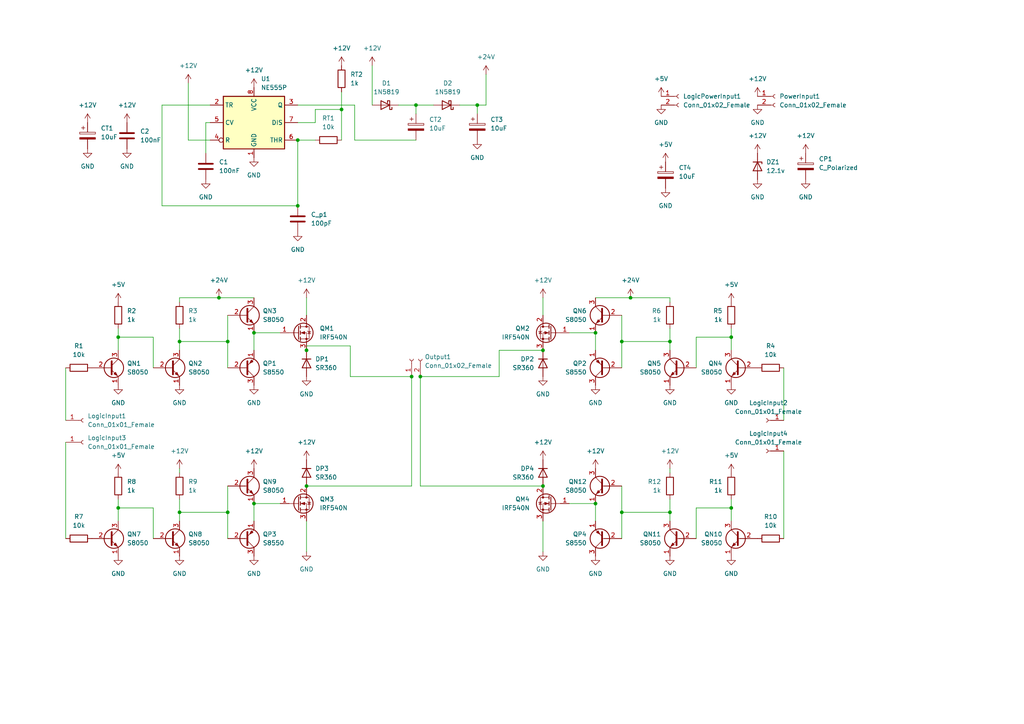
<source format=kicad_sch>
(kicad_sch (version 20211123) (generator eeschema)

  (uuid e63e39d7-6ac0-4ffd-8aa3-1841a4541b55)

  (paper "A4")

  (lib_symbols
    (symbol "Connector:Conn_01x01_Female" (pin_names (offset 1.016) hide) (in_bom yes) (on_board yes)
      (property "Reference" "J" (id 0) (at 0 2.54 0)
        (effects (font (size 1.27 1.27)))
      )
      (property "Value" "Conn_01x01_Female" (id 1) (at 0 -2.54 0)
        (effects (font (size 1.27 1.27)))
      )
      (property "Footprint" "" (id 2) (at 0 0 0)
        (effects (font (size 1.27 1.27)) hide)
      )
      (property "Datasheet" "~" (id 3) (at 0 0 0)
        (effects (font (size 1.27 1.27)) hide)
      )
      (property "ki_keywords" "connector" (id 4) (at 0 0 0)
        (effects (font (size 1.27 1.27)) hide)
      )
      (property "ki_description" "Generic connector, single row, 01x01, script generated (kicad-library-utils/schlib/autogen/connector/)" (id 5) (at 0 0 0)
        (effects (font (size 1.27 1.27)) hide)
      )
      (property "ki_fp_filters" "Connector*:*" (id 6) (at 0 0 0)
        (effects (font (size 1.27 1.27)) hide)
      )
      (symbol "Conn_01x01_Female_1_1"
        (polyline
          (pts
            (xy -1.27 0)
            (xy -0.508 0)
          )
          (stroke (width 0.1524) (type default) (color 0 0 0 0))
          (fill (type none))
        )
        (arc (start 0 0.508) (mid -0.508 0) (end 0 -0.508)
          (stroke (width 0.1524) (type default) (color 0 0 0 0))
          (fill (type none))
        )
        (pin passive line (at -5.08 0 0) (length 3.81)
          (name "Pin_1" (effects (font (size 1.27 1.27))))
          (number "1" (effects (font (size 1.27 1.27))))
        )
      )
    )
    (symbol "Connector:Conn_01x02_Female" (pin_names (offset 1.016) hide) (in_bom yes) (on_board yes)
      (property "Reference" "J" (id 0) (at 0 2.54 0)
        (effects (font (size 1.27 1.27)))
      )
      (property "Value" "Conn_01x02_Female" (id 1) (at 0 -5.08 0)
        (effects (font (size 1.27 1.27)))
      )
      (property "Footprint" "" (id 2) (at 0 0 0)
        (effects (font (size 1.27 1.27)) hide)
      )
      (property "Datasheet" "~" (id 3) (at 0 0 0)
        (effects (font (size 1.27 1.27)) hide)
      )
      (property "ki_keywords" "connector" (id 4) (at 0 0 0)
        (effects (font (size 1.27 1.27)) hide)
      )
      (property "ki_description" "Generic connector, single row, 01x02, script generated (kicad-library-utils/schlib/autogen/connector/)" (id 5) (at 0 0 0)
        (effects (font (size 1.27 1.27)) hide)
      )
      (property "ki_fp_filters" "Connector*:*_1x??_*" (id 6) (at 0 0 0)
        (effects (font (size 1.27 1.27)) hide)
      )
      (symbol "Conn_01x02_Female_1_1"
        (arc (start 0 -2.032) (mid -0.508 -2.54) (end 0 -3.048)
          (stroke (width 0.1524) (type default) (color 0 0 0 0))
          (fill (type none))
        )
        (polyline
          (pts
            (xy -1.27 -2.54)
            (xy -0.508 -2.54)
          )
          (stroke (width 0.1524) (type default) (color 0 0 0 0))
          (fill (type none))
        )
        (polyline
          (pts
            (xy -1.27 0)
            (xy -0.508 0)
          )
          (stroke (width 0.1524) (type default) (color 0 0 0 0))
          (fill (type none))
        )
        (arc (start 0 0.508) (mid -0.508 0) (end 0 -0.508)
          (stroke (width 0.1524) (type default) (color 0 0 0 0))
          (fill (type none))
        )
        (pin passive line (at -5.08 0 0) (length 3.81)
          (name "Pin_1" (effects (font (size 1.27 1.27))))
          (number "1" (effects (font (size 1.27 1.27))))
        )
        (pin passive line (at -5.08 -2.54 0) (length 3.81)
          (name "Pin_2" (effects (font (size 1.27 1.27))))
          (number "2" (effects (font (size 1.27 1.27))))
        )
      )
    )
    (symbol "Device:C" (pin_numbers hide) (pin_names (offset 0.254)) (in_bom yes) (on_board yes)
      (property "Reference" "C" (id 0) (at 0.635 2.54 0)
        (effects (font (size 1.27 1.27)) (justify left))
      )
      (property "Value" "C" (id 1) (at 0.635 -2.54 0)
        (effects (font (size 1.27 1.27)) (justify left))
      )
      (property "Footprint" "" (id 2) (at 0.9652 -3.81 0)
        (effects (font (size 1.27 1.27)) hide)
      )
      (property "Datasheet" "~" (id 3) (at 0 0 0)
        (effects (font (size 1.27 1.27)) hide)
      )
      (property "ki_keywords" "cap capacitor" (id 4) (at 0 0 0)
        (effects (font (size 1.27 1.27)) hide)
      )
      (property "ki_description" "Unpolarized capacitor" (id 5) (at 0 0 0)
        (effects (font (size 1.27 1.27)) hide)
      )
      (property "ki_fp_filters" "C_*" (id 6) (at 0 0 0)
        (effects (font (size 1.27 1.27)) hide)
      )
      (symbol "C_0_1"
        (polyline
          (pts
            (xy -2.032 -0.762)
            (xy 2.032 -0.762)
          )
          (stroke (width 0.508) (type default) (color 0 0 0 0))
          (fill (type none))
        )
        (polyline
          (pts
            (xy -2.032 0.762)
            (xy 2.032 0.762)
          )
          (stroke (width 0.508) (type default) (color 0 0 0 0))
          (fill (type none))
        )
      )
      (symbol "C_1_1"
        (pin passive line (at 0 3.81 270) (length 2.794)
          (name "~" (effects (font (size 1.27 1.27))))
          (number "1" (effects (font (size 1.27 1.27))))
        )
        (pin passive line (at 0 -3.81 90) (length 2.794)
          (name "~" (effects (font (size 1.27 1.27))))
          (number "2" (effects (font (size 1.27 1.27))))
        )
      )
    )
    (symbol "Device:C_Polarized" (pin_numbers hide) (pin_names (offset 0.254)) (in_bom yes) (on_board yes)
      (property "Reference" "C" (id 0) (at 0.635 2.54 0)
        (effects (font (size 1.27 1.27)) (justify left))
      )
      (property "Value" "C_Polarized" (id 1) (at 0.635 -2.54 0)
        (effects (font (size 1.27 1.27)) (justify left))
      )
      (property "Footprint" "" (id 2) (at 0.9652 -3.81 0)
        (effects (font (size 1.27 1.27)) hide)
      )
      (property "Datasheet" "~" (id 3) (at 0 0 0)
        (effects (font (size 1.27 1.27)) hide)
      )
      (property "ki_keywords" "cap capacitor" (id 4) (at 0 0 0)
        (effects (font (size 1.27 1.27)) hide)
      )
      (property "ki_description" "Polarized capacitor" (id 5) (at 0 0 0)
        (effects (font (size 1.27 1.27)) hide)
      )
      (property "ki_fp_filters" "CP_*" (id 6) (at 0 0 0)
        (effects (font (size 1.27 1.27)) hide)
      )
      (symbol "C_Polarized_0_1"
        (rectangle (start -2.286 0.508) (end 2.286 1.016)
          (stroke (width 0) (type default) (color 0 0 0 0))
          (fill (type none))
        )
        (polyline
          (pts
            (xy -1.778 2.286)
            (xy -0.762 2.286)
          )
          (stroke (width 0) (type default) (color 0 0 0 0))
          (fill (type none))
        )
        (polyline
          (pts
            (xy -1.27 2.794)
            (xy -1.27 1.778)
          )
          (stroke (width 0) (type default) (color 0 0 0 0))
          (fill (type none))
        )
        (rectangle (start 2.286 -0.508) (end -2.286 -1.016)
          (stroke (width 0) (type default) (color 0 0 0 0))
          (fill (type outline))
        )
      )
      (symbol "C_Polarized_1_1"
        (pin passive line (at 0 3.81 270) (length 2.794)
          (name "~" (effects (font (size 1.27 1.27))))
          (number "1" (effects (font (size 1.27 1.27))))
        )
        (pin passive line (at 0 -3.81 90) (length 2.794)
          (name "~" (effects (font (size 1.27 1.27))))
          (number "2" (effects (font (size 1.27 1.27))))
        )
      )
    )
    (symbol "Device:D" (pin_numbers hide) (pin_names (offset 1.016) hide) (in_bom yes) (on_board yes)
      (property "Reference" "D" (id 0) (at 0 2.54 0)
        (effects (font (size 1.27 1.27)))
      )
      (property "Value" "D" (id 1) (at 0 -2.54 0)
        (effects (font (size 1.27 1.27)))
      )
      (property "Footprint" "" (id 2) (at 0 0 0)
        (effects (font (size 1.27 1.27)) hide)
      )
      (property "Datasheet" "~" (id 3) (at 0 0 0)
        (effects (font (size 1.27 1.27)) hide)
      )
      (property "ki_keywords" "diode" (id 4) (at 0 0 0)
        (effects (font (size 1.27 1.27)) hide)
      )
      (property "ki_description" "Diode" (id 5) (at 0 0 0)
        (effects (font (size 1.27 1.27)) hide)
      )
      (property "ki_fp_filters" "TO-???* *_Diode_* *SingleDiode* D_*" (id 6) (at 0 0 0)
        (effects (font (size 1.27 1.27)) hide)
      )
      (symbol "D_0_1"
        (polyline
          (pts
            (xy -1.27 1.27)
            (xy -1.27 -1.27)
          )
          (stroke (width 0.254) (type default) (color 0 0 0 0))
          (fill (type none))
        )
        (polyline
          (pts
            (xy 1.27 0)
            (xy -1.27 0)
          )
          (stroke (width 0) (type default) (color 0 0 0 0))
          (fill (type none))
        )
        (polyline
          (pts
            (xy 1.27 1.27)
            (xy 1.27 -1.27)
            (xy -1.27 0)
            (xy 1.27 1.27)
          )
          (stroke (width 0.254) (type default) (color 0 0 0 0))
          (fill (type none))
        )
      )
      (symbol "D_1_1"
        (pin passive line (at -3.81 0 0) (length 2.54)
          (name "K" (effects (font (size 1.27 1.27))))
          (number "1" (effects (font (size 1.27 1.27))))
        )
        (pin passive line (at 3.81 0 180) (length 2.54)
          (name "A" (effects (font (size 1.27 1.27))))
          (number "2" (effects (font (size 1.27 1.27))))
        )
      )
    )
    (symbol "Device:D_Zener" (pin_numbers hide) (pin_names (offset 1.016) hide) (in_bom yes) (on_board yes)
      (property "Reference" "D" (id 0) (at 0 2.54 0)
        (effects (font (size 1.27 1.27)))
      )
      (property "Value" "D_Zener" (id 1) (at 0 -2.54 0)
        (effects (font (size 1.27 1.27)))
      )
      (property "Footprint" "" (id 2) (at 0 0 0)
        (effects (font (size 1.27 1.27)) hide)
      )
      (property "Datasheet" "~" (id 3) (at 0 0 0)
        (effects (font (size 1.27 1.27)) hide)
      )
      (property "ki_keywords" "diode" (id 4) (at 0 0 0)
        (effects (font (size 1.27 1.27)) hide)
      )
      (property "ki_description" "Zener diode" (id 5) (at 0 0 0)
        (effects (font (size 1.27 1.27)) hide)
      )
      (property "ki_fp_filters" "TO-???* *_Diode_* *SingleDiode* D_*" (id 6) (at 0 0 0)
        (effects (font (size 1.27 1.27)) hide)
      )
      (symbol "D_Zener_0_1"
        (polyline
          (pts
            (xy 1.27 0)
            (xy -1.27 0)
          )
          (stroke (width 0) (type default) (color 0 0 0 0))
          (fill (type none))
        )
        (polyline
          (pts
            (xy -1.27 -1.27)
            (xy -1.27 1.27)
            (xy -0.762 1.27)
          )
          (stroke (width 0.254) (type default) (color 0 0 0 0))
          (fill (type none))
        )
        (polyline
          (pts
            (xy 1.27 -1.27)
            (xy 1.27 1.27)
            (xy -1.27 0)
            (xy 1.27 -1.27)
          )
          (stroke (width 0.254) (type default) (color 0 0 0 0))
          (fill (type none))
        )
      )
      (symbol "D_Zener_1_1"
        (pin passive line (at -3.81 0 0) (length 2.54)
          (name "K" (effects (font (size 1.27 1.27))))
          (number "1" (effects (font (size 1.27 1.27))))
        )
        (pin passive line (at 3.81 0 180) (length 2.54)
          (name "A" (effects (font (size 1.27 1.27))))
          (number "2" (effects (font (size 1.27 1.27))))
        )
      )
    )
    (symbol "Device:R" (pin_numbers hide) (pin_names (offset 0)) (in_bom yes) (on_board yes)
      (property "Reference" "R" (id 0) (at 2.032 0 90)
        (effects (font (size 1.27 1.27)))
      )
      (property "Value" "R" (id 1) (at 0 0 90)
        (effects (font (size 1.27 1.27)))
      )
      (property "Footprint" "" (id 2) (at -1.778 0 90)
        (effects (font (size 1.27 1.27)) hide)
      )
      (property "Datasheet" "~" (id 3) (at 0 0 0)
        (effects (font (size 1.27 1.27)) hide)
      )
      (property "ki_keywords" "R res resistor" (id 4) (at 0 0 0)
        (effects (font (size 1.27 1.27)) hide)
      )
      (property "ki_description" "Resistor" (id 5) (at 0 0 0)
        (effects (font (size 1.27 1.27)) hide)
      )
      (property "ki_fp_filters" "R_*" (id 6) (at 0 0 0)
        (effects (font (size 1.27 1.27)) hide)
      )
      (symbol "R_0_1"
        (rectangle (start -1.016 -2.54) (end 1.016 2.54)
          (stroke (width 0.254) (type default) (color 0 0 0 0))
          (fill (type none))
        )
      )
      (symbol "R_1_1"
        (pin passive line (at 0 3.81 270) (length 1.27)
          (name "~" (effects (font (size 1.27 1.27))))
          (number "1" (effects (font (size 1.27 1.27))))
        )
        (pin passive line (at 0 -3.81 90) (length 1.27)
          (name "~" (effects (font (size 1.27 1.27))))
          (number "2" (effects (font (size 1.27 1.27))))
        )
      )
    )
    (symbol "Diode:1N5819" (pin_numbers hide) (pin_names (offset 1.016) hide) (in_bom yes) (on_board yes)
      (property "Reference" "D" (id 0) (at 0 2.54 0)
        (effects (font (size 1.27 1.27)))
      )
      (property "Value" "1N5819" (id 1) (at 0 -2.54 0)
        (effects (font (size 1.27 1.27)))
      )
      (property "Footprint" "Diode_THT:D_DO-41_SOD81_P10.16mm_Horizontal" (id 2) (at 0 -4.445 0)
        (effects (font (size 1.27 1.27)) hide)
      )
      (property "Datasheet" "http://www.vishay.com/docs/88525/1n5817.pdf" (id 3) (at 0 0 0)
        (effects (font (size 1.27 1.27)) hide)
      )
      (property "ki_keywords" "diode Schottky" (id 4) (at 0 0 0)
        (effects (font (size 1.27 1.27)) hide)
      )
      (property "ki_description" "40V 1A Schottky Barrier Rectifier Diode, DO-41" (id 5) (at 0 0 0)
        (effects (font (size 1.27 1.27)) hide)
      )
      (property "ki_fp_filters" "D*DO?41*" (id 6) (at 0 0 0)
        (effects (font (size 1.27 1.27)) hide)
      )
      (symbol "1N5819_0_1"
        (polyline
          (pts
            (xy 1.27 0)
            (xy -1.27 0)
          )
          (stroke (width 0) (type default) (color 0 0 0 0))
          (fill (type none))
        )
        (polyline
          (pts
            (xy 1.27 1.27)
            (xy 1.27 -1.27)
            (xy -1.27 0)
            (xy 1.27 1.27)
          )
          (stroke (width 0.254) (type default) (color 0 0 0 0))
          (fill (type none))
        )
        (polyline
          (pts
            (xy -1.905 0.635)
            (xy -1.905 1.27)
            (xy -1.27 1.27)
            (xy -1.27 -1.27)
            (xy -0.635 -1.27)
            (xy -0.635 -0.635)
          )
          (stroke (width 0.254) (type default) (color 0 0 0 0))
          (fill (type none))
        )
      )
      (symbol "1N5819_1_1"
        (pin passive line (at -3.81 0 0) (length 2.54)
          (name "K" (effects (font (size 1.27 1.27))))
          (number "1" (effects (font (size 1.27 1.27))))
        )
        (pin passive line (at 3.81 0 180) (length 2.54)
          (name "A" (effects (font (size 1.27 1.27))))
          (number "2" (effects (font (size 1.27 1.27))))
        )
      )
    )
    (symbol "Timer:NE555P" (in_bom yes) (on_board yes)
      (property "Reference" "U" (id 0) (at -10.16 8.89 0)
        (effects (font (size 1.27 1.27)) (justify left))
      )
      (property "Value" "NE555P" (id 1) (at 2.54 8.89 0)
        (effects (font (size 1.27 1.27)) (justify left))
      )
      (property "Footprint" "Package_DIP:DIP-8_W7.62mm" (id 2) (at 16.51 -10.16 0)
        (effects (font (size 1.27 1.27)) hide)
      )
      (property "Datasheet" "http://www.ti.com/lit/ds/symlink/ne555.pdf" (id 3) (at 21.59 -10.16 0)
        (effects (font (size 1.27 1.27)) hide)
      )
      (property "ki_keywords" "single timer 555" (id 4) (at 0 0 0)
        (effects (font (size 1.27 1.27)) hide)
      )
      (property "ki_description" "Precision Timers, 555 compatible,  PDIP-8" (id 5) (at 0 0 0)
        (effects (font (size 1.27 1.27)) hide)
      )
      (property "ki_fp_filters" "DIP*W7.62mm*" (id 6) (at 0 0 0)
        (effects (font (size 1.27 1.27)) hide)
      )
      (symbol "NE555P_0_0"
        (pin power_in line (at 0 -10.16 90) (length 2.54)
          (name "GND" (effects (font (size 1.27 1.27))))
          (number "1" (effects (font (size 1.27 1.27))))
        )
        (pin power_in line (at 0 10.16 270) (length 2.54)
          (name "VCC" (effects (font (size 1.27 1.27))))
          (number "8" (effects (font (size 1.27 1.27))))
        )
      )
      (symbol "NE555P_0_1"
        (rectangle (start -8.89 -7.62) (end 8.89 7.62)
          (stroke (width 0.254) (type default) (color 0 0 0 0))
          (fill (type background))
        )
        (rectangle (start -8.89 -7.62) (end 8.89 7.62)
          (stroke (width 0.254) (type default) (color 0 0 0 0))
          (fill (type background))
        )
      )
      (symbol "NE555P_1_1"
        (pin input line (at -12.7 5.08 0) (length 3.81)
          (name "TR" (effects (font (size 1.27 1.27))))
          (number "2" (effects (font (size 1.27 1.27))))
        )
        (pin output line (at 12.7 5.08 180) (length 3.81)
          (name "Q" (effects (font (size 1.27 1.27))))
          (number "3" (effects (font (size 1.27 1.27))))
        )
        (pin input inverted (at -12.7 -5.08 0) (length 3.81)
          (name "R" (effects (font (size 1.27 1.27))))
          (number "4" (effects (font (size 1.27 1.27))))
        )
        (pin input line (at -12.7 0 0) (length 3.81)
          (name "CV" (effects (font (size 1.27 1.27))))
          (number "5" (effects (font (size 1.27 1.27))))
        )
        (pin input line (at 12.7 -5.08 180) (length 3.81)
          (name "THR" (effects (font (size 1.27 1.27))))
          (number "6" (effects (font (size 1.27 1.27))))
        )
        (pin input line (at 12.7 0 180) (length 3.81)
          (name "DIS" (effects (font (size 1.27 1.27))))
          (number "7" (effects (font (size 1.27 1.27))))
        )
      )
    )
    (symbol "Transistor_BJT:S8050" (pin_names (offset 0) hide) (in_bom yes) (on_board yes)
      (property "Reference" "Q" (id 0) (at 5.08 1.905 0)
        (effects (font (size 1.27 1.27)) (justify left))
      )
      (property "Value" "S8050" (id 1) (at 5.08 0 0)
        (effects (font (size 1.27 1.27)) (justify left))
      )
      (property "Footprint" "Package_TO_SOT_THT:TO-92_Inline" (id 2) (at 5.08 -1.905 0)
        (effects (font (size 1.27 1.27) italic) (justify left) hide)
      )
      (property "Datasheet" "http://www.unisonic.com.tw/datasheet/S8050.pdf" (id 3) (at 0 0 0)
        (effects (font (size 1.27 1.27)) (justify left) hide)
      )
      (property "ki_keywords" "S8050 NPN Low Voltage High Current Transistor" (id 4) (at 0 0 0)
        (effects (font (size 1.27 1.27)) hide)
      )
      (property "ki_description" "0.7A Ic, 20V Vce, Low Voltage High Current NPN Transistor, TO-92" (id 5) (at 0 0 0)
        (effects (font (size 1.27 1.27)) hide)
      )
      (property "ki_fp_filters" "TO?92*" (id 6) (at 0 0 0)
        (effects (font (size 1.27 1.27)) hide)
      )
      (symbol "S8050_0_1"
        (polyline
          (pts
            (xy 0 0)
            (xy 0.635 0)
          )
          (stroke (width 0) (type default) (color 0 0 0 0))
          (fill (type none))
        )
        (polyline
          (pts
            (xy 0.635 0.635)
            (xy 2.54 2.54)
          )
          (stroke (width 0) (type default) (color 0 0 0 0))
          (fill (type none))
        )
        (polyline
          (pts
            (xy 0.635 -0.635)
            (xy 2.54 -2.54)
            (xy 2.54 -2.54)
          )
          (stroke (width 0) (type default) (color 0 0 0 0))
          (fill (type none))
        )
        (polyline
          (pts
            (xy 0.635 1.905)
            (xy 0.635 -1.905)
            (xy 0.635 -1.905)
          )
          (stroke (width 0.508) (type default) (color 0 0 0 0))
          (fill (type none))
        )
        (polyline
          (pts
            (xy 1.27 -1.778)
            (xy 1.778 -1.27)
            (xy 2.286 -2.286)
            (xy 1.27 -1.778)
            (xy 1.27 -1.778)
          )
          (stroke (width 0) (type default) (color 0 0 0 0))
          (fill (type outline))
        )
        (circle (center 1.27 0) (radius 2.8194)
          (stroke (width 0.254) (type default) (color 0 0 0 0))
          (fill (type none))
        )
      )
      (symbol "S8050_1_1"
        (pin passive line (at 2.54 -5.08 90) (length 2.54)
          (name "E" (effects (font (size 1.27 1.27))))
          (number "1" (effects (font (size 1.27 1.27))))
        )
        (pin input line (at -5.08 0 0) (length 5.08)
          (name "B" (effects (font (size 1.27 1.27))))
          (number "2" (effects (font (size 1.27 1.27))))
        )
        (pin passive line (at 2.54 5.08 270) (length 2.54)
          (name "C" (effects (font (size 1.27 1.27))))
          (number "3" (effects (font (size 1.27 1.27))))
        )
      )
    )
    (symbol "Transistor_BJT:S8550" (pin_names (offset 0) hide) (in_bom yes) (on_board yes)
      (property "Reference" "Q" (id 0) (at 5.08 1.905 0)
        (effects (font (size 1.27 1.27)) (justify left))
      )
      (property "Value" "S8550" (id 1) (at 5.08 0 0)
        (effects (font (size 1.27 1.27)) (justify left))
      )
      (property "Footprint" "Package_TO_SOT_THT:TO-92_Inline" (id 2) (at 5.08 -1.905 0)
        (effects (font (size 1.27 1.27) italic) (justify left) hide)
      )
      (property "Datasheet" "http://www.unisonic.com.tw/datasheet/S8550.pdf" (id 3) (at 0 0 0)
        (effects (font (size 1.27 1.27)) (justify left) hide)
      )
      (property "ki_keywords" "S8550 PNP Low Voltage High Current Transistor" (id 4) (at 0 0 0)
        (effects (font (size 1.27 1.27)) hide)
      )
      (property "ki_description" "0.7A Ic, 20V Vce, Low Voltage High Current PNP Transistor, TO-92" (id 5) (at 0 0 0)
        (effects (font (size 1.27 1.27)) hide)
      )
      (property "ki_fp_filters" "TO?92*" (id 6) (at 0 0 0)
        (effects (font (size 1.27 1.27)) hide)
      )
      (symbol "S8550_0_1"
        (polyline
          (pts
            (xy 0 0)
            (xy 0.635 0)
          )
          (stroke (width 0) (type default) (color 0 0 0 0))
          (fill (type none))
        )
        (polyline
          (pts
            (xy 2.54 -2.54)
            (xy 0.635 -0.635)
          )
          (stroke (width 0) (type default) (color 0 0 0 0))
          (fill (type none))
        )
        (polyline
          (pts
            (xy 2.54 2.54)
            (xy 0.635 0.635)
          )
          (stroke (width 0) (type default) (color 0 0 0 0))
          (fill (type none))
        )
        (polyline
          (pts
            (xy 0.635 1.905)
            (xy 0.635 -1.905)
            (xy 0.635 -1.905)
          )
          (stroke (width 0.508) (type default) (color 0 0 0 0))
          (fill (type outline))
        )
        (polyline
          (pts
            (xy 1.778 -2.286)
            (xy 2.286 -1.778)
            (xy 1.27 -1.27)
            (xy 1.778 -2.286)
            (xy 1.778 -2.286)
          )
          (stroke (width 0) (type default) (color 0 0 0 0))
          (fill (type outline))
        )
        (circle (center 1.27 0) (radius 2.8194)
          (stroke (width 0.254) (type default) (color 0 0 0 0))
          (fill (type none))
        )
      )
      (symbol "S8550_1_1"
        (pin passive line (at 2.54 -5.08 90) (length 2.54)
          (name "E" (effects (font (size 1.27 1.27))))
          (number "1" (effects (font (size 1.27 1.27))))
        )
        (pin input line (at -5.08 0 0) (length 5.08)
          (name "B" (effects (font (size 1.27 1.27))))
          (number "2" (effects (font (size 1.27 1.27))))
        )
        (pin passive line (at 2.54 5.08 270) (length 2.54)
          (name "C" (effects (font (size 1.27 1.27))))
          (number "3" (effects (font (size 1.27 1.27))))
        )
      )
    )
    (symbol "Transistor_FET:IRF540N" (pin_names hide) (in_bom yes) (on_board yes)
      (property "Reference" "Q" (id 0) (at 6.35 1.905 0)
        (effects (font (size 1.27 1.27)) (justify left))
      )
      (property "Value" "IRF540N" (id 1) (at 6.35 0 0)
        (effects (font (size 1.27 1.27)) (justify left))
      )
      (property "Footprint" "Package_TO_SOT_THT:TO-220-3_Vertical" (id 2) (at 6.35 -1.905 0)
        (effects (font (size 1.27 1.27) italic) (justify left) hide)
      )
      (property "Datasheet" "http://www.irf.com/product-info/datasheets/data/irf540n.pdf" (id 3) (at 0 0 0)
        (effects (font (size 1.27 1.27)) (justify left) hide)
      )
      (property "ki_keywords" "HEXFET N-Channel MOSFET" (id 4) (at 0 0 0)
        (effects (font (size 1.27 1.27)) hide)
      )
      (property "ki_description" "33A Id, 100V Vds, HEXFET N-Channel MOSFET, TO-220" (id 5) (at 0 0 0)
        (effects (font (size 1.27 1.27)) hide)
      )
      (property "ki_fp_filters" "TO?220*" (id 6) (at 0 0 0)
        (effects (font (size 1.27 1.27)) hide)
      )
      (symbol "IRF540N_0_1"
        (polyline
          (pts
            (xy 0.254 0)
            (xy -2.54 0)
          )
          (stroke (width 0) (type default) (color 0 0 0 0))
          (fill (type none))
        )
        (polyline
          (pts
            (xy 0.254 1.905)
            (xy 0.254 -1.905)
          )
          (stroke (width 0.254) (type default) (color 0 0 0 0))
          (fill (type none))
        )
        (polyline
          (pts
            (xy 0.762 -1.27)
            (xy 0.762 -2.286)
          )
          (stroke (width 0.254) (type default) (color 0 0 0 0))
          (fill (type none))
        )
        (polyline
          (pts
            (xy 0.762 0.508)
            (xy 0.762 -0.508)
          )
          (stroke (width 0.254) (type default) (color 0 0 0 0))
          (fill (type none))
        )
        (polyline
          (pts
            (xy 0.762 2.286)
            (xy 0.762 1.27)
          )
          (stroke (width 0.254) (type default) (color 0 0 0 0))
          (fill (type none))
        )
        (polyline
          (pts
            (xy 2.54 2.54)
            (xy 2.54 1.778)
          )
          (stroke (width 0) (type default) (color 0 0 0 0))
          (fill (type none))
        )
        (polyline
          (pts
            (xy 2.54 -2.54)
            (xy 2.54 0)
            (xy 0.762 0)
          )
          (stroke (width 0) (type default) (color 0 0 0 0))
          (fill (type none))
        )
        (polyline
          (pts
            (xy 0.762 -1.778)
            (xy 3.302 -1.778)
            (xy 3.302 1.778)
            (xy 0.762 1.778)
          )
          (stroke (width 0) (type default) (color 0 0 0 0))
          (fill (type none))
        )
        (polyline
          (pts
            (xy 1.016 0)
            (xy 2.032 0.381)
            (xy 2.032 -0.381)
            (xy 1.016 0)
          )
          (stroke (width 0) (type default) (color 0 0 0 0))
          (fill (type outline))
        )
        (polyline
          (pts
            (xy 2.794 0.508)
            (xy 2.921 0.381)
            (xy 3.683 0.381)
            (xy 3.81 0.254)
          )
          (stroke (width 0) (type default) (color 0 0 0 0))
          (fill (type none))
        )
        (polyline
          (pts
            (xy 3.302 0.381)
            (xy 2.921 -0.254)
            (xy 3.683 -0.254)
            (xy 3.302 0.381)
          )
          (stroke (width 0) (type default) (color 0 0 0 0))
          (fill (type none))
        )
        (circle (center 1.651 0) (radius 2.794)
          (stroke (width 0.254) (type default) (color 0 0 0 0))
          (fill (type none))
        )
        (circle (center 2.54 -1.778) (radius 0.254)
          (stroke (width 0) (type default) (color 0 0 0 0))
          (fill (type outline))
        )
        (circle (center 2.54 1.778) (radius 0.254)
          (stroke (width 0) (type default) (color 0 0 0 0))
          (fill (type outline))
        )
      )
      (symbol "IRF540N_1_1"
        (pin input line (at -5.08 0 0) (length 2.54)
          (name "G" (effects (font (size 1.27 1.27))))
          (number "1" (effects (font (size 1.27 1.27))))
        )
        (pin passive line (at 2.54 5.08 270) (length 2.54)
          (name "D" (effects (font (size 1.27 1.27))))
          (number "2" (effects (font (size 1.27 1.27))))
        )
        (pin passive line (at 2.54 -5.08 90) (length 2.54)
          (name "S" (effects (font (size 1.27 1.27))))
          (number "3" (effects (font (size 1.27 1.27))))
        )
      )
    )
    (symbol "power:+12V" (power) (pin_names (offset 0)) (in_bom yes) (on_board yes)
      (property "Reference" "#PWR" (id 0) (at 0 -3.81 0)
        (effects (font (size 1.27 1.27)) hide)
      )
      (property "Value" "+12V" (id 1) (at 0 3.556 0)
        (effects (font (size 1.27 1.27)))
      )
      (property "Footprint" "" (id 2) (at 0 0 0)
        (effects (font (size 1.27 1.27)) hide)
      )
      (property "Datasheet" "" (id 3) (at 0 0 0)
        (effects (font (size 1.27 1.27)) hide)
      )
      (property "ki_keywords" "power-flag" (id 4) (at 0 0 0)
        (effects (font (size 1.27 1.27)) hide)
      )
      (property "ki_description" "Power symbol creates a global label with name \"+12V\"" (id 5) (at 0 0 0)
        (effects (font (size 1.27 1.27)) hide)
      )
      (symbol "+12V_0_1"
        (polyline
          (pts
            (xy -0.762 1.27)
            (xy 0 2.54)
          )
          (stroke (width 0) (type default) (color 0 0 0 0))
          (fill (type none))
        )
        (polyline
          (pts
            (xy 0 0)
            (xy 0 2.54)
          )
          (stroke (width 0) (type default) (color 0 0 0 0))
          (fill (type none))
        )
        (polyline
          (pts
            (xy 0 2.54)
            (xy 0.762 1.27)
          )
          (stroke (width 0) (type default) (color 0 0 0 0))
          (fill (type none))
        )
      )
      (symbol "+12V_1_1"
        (pin power_in line (at 0 0 90) (length 0) hide
          (name "+12V" (effects (font (size 1.27 1.27))))
          (number "1" (effects (font (size 1.27 1.27))))
        )
      )
    )
    (symbol "power:+24V" (power) (pin_names (offset 0)) (in_bom yes) (on_board yes)
      (property "Reference" "#PWR" (id 0) (at 0 -3.81 0)
        (effects (font (size 1.27 1.27)) hide)
      )
      (property "Value" "+24V" (id 1) (at 0 3.556 0)
        (effects (font (size 1.27 1.27)))
      )
      (property "Footprint" "" (id 2) (at 0 0 0)
        (effects (font (size 1.27 1.27)) hide)
      )
      (property "Datasheet" "" (id 3) (at 0 0 0)
        (effects (font (size 1.27 1.27)) hide)
      )
      (property "ki_keywords" "power-flag" (id 4) (at 0 0 0)
        (effects (font (size 1.27 1.27)) hide)
      )
      (property "ki_description" "Power symbol creates a global label with name \"+24V\"" (id 5) (at 0 0 0)
        (effects (font (size 1.27 1.27)) hide)
      )
      (symbol "+24V_0_1"
        (polyline
          (pts
            (xy -0.762 1.27)
            (xy 0 2.54)
          )
          (stroke (width 0) (type default) (color 0 0 0 0))
          (fill (type none))
        )
        (polyline
          (pts
            (xy 0 0)
            (xy 0 2.54)
          )
          (stroke (width 0) (type default) (color 0 0 0 0))
          (fill (type none))
        )
        (polyline
          (pts
            (xy 0 2.54)
            (xy 0.762 1.27)
          )
          (stroke (width 0) (type default) (color 0 0 0 0))
          (fill (type none))
        )
      )
      (symbol "+24V_1_1"
        (pin power_in line (at 0 0 90) (length 0) hide
          (name "+24V" (effects (font (size 1.27 1.27))))
          (number "1" (effects (font (size 1.27 1.27))))
        )
      )
    )
    (symbol "power:+5V" (power) (pin_names (offset 0)) (in_bom yes) (on_board yes)
      (property "Reference" "#PWR" (id 0) (at 0 -3.81 0)
        (effects (font (size 1.27 1.27)) hide)
      )
      (property "Value" "+5V" (id 1) (at 0 3.556 0)
        (effects (font (size 1.27 1.27)))
      )
      (property "Footprint" "" (id 2) (at 0 0 0)
        (effects (font (size 1.27 1.27)) hide)
      )
      (property "Datasheet" "" (id 3) (at 0 0 0)
        (effects (font (size 1.27 1.27)) hide)
      )
      (property "ki_keywords" "power-flag" (id 4) (at 0 0 0)
        (effects (font (size 1.27 1.27)) hide)
      )
      (property "ki_description" "Power symbol creates a global label with name \"+5V\"" (id 5) (at 0 0 0)
        (effects (font (size 1.27 1.27)) hide)
      )
      (symbol "+5V_0_1"
        (polyline
          (pts
            (xy -0.762 1.27)
            (xy 0 2.54)
          )
          (stroke (width 0) (type default) (color 0 0 0 0))
          (fill (type none))
        )
        (polyline
          (pts
            (xy 0 0)
            (xy 0 2.54)
          )
          (stroke (width 0) (type default) (color 0 0 0 0))
          (fill (type none))
        )
        (polyline
          (pts
            (xy 0 2.54)
            (xy 0.762 1.27)
          )
          (stroke (width 0) (type default) (color 0 0 0 0))
          (fill (type none))
        )
      )
      (symbol "+5V_1_1"
        (pin power_in line (at 0 0 90) (length 0) hide
          (name "+5V" (effects (font (size 1.27 1.27))))
          (number "1" (effects (font (size 1.27 1.27))))
        )
      )
    )
    (symbol "power:GND" (power) (pin_names (offset 0)) (in_bom yes) (on_board yes)
      (property "Reference" "#PWR" (id 0) (at 0 -6.35 0)
        (effects (font (size 1.27 1.27)) hide)
      )
      (property "Value" "GND" (id 1) (at 0 -3.81 0)
        (effects (font (size 1.27 1.27)))
      )
      (property "Footprint" "" (id 2) (at 0 0 0)
        (effects (font (size 1.27 1.27)) hide)
      )
      (property "Datasheet" "" (id 3) (at 0 0 0)
        (effects (font (size 1.27 1.27)) hide)
      )
      (property "ki_keywords" "power-flag" (id 4) (at 0 0 0)
        (effects (font (size 1.27 1.27)) hide)
      )
      (property "ki_description" "Power symbol creates a global label with name \"GND\" , ground" (id 5) (at 0 0 0)
        (effects (font (size 1.27 1.27)) hide)
      )
      (symbol "GND_0_1"
        (polyline
          (pts
            (xy 0 0)
            (xy 0 -1.27)
            (xy 1.27 -1.27)
            (xy 0 -2.54)
            (xy -1.27 -1.27)
            (xy 0 -1.27)
          )
          (stroke (width 0) (type default) (color 0 0 0 0))
          (fill (type none))
        )
      )
      (symbol "GND_1_1"
        (pin power_in line (at 0 0 270) (length 0) hide
          (name "GND" (effects (font (size 1.27 1.27))))
          (number "1" (effects (font (size 1.27 1.27))))
        )
      )
    )
  )

  (junction (at 138.43 30.48) (diameter 0) (color 0 0 0 0)
    (uuid 04a53019-ed97-4692-a6ac-848db66b68ec)
  )
  (junction (at 120.65 30.48) (diameter 0) (color 0 0 0 0)
    (uuid 06013671-990b-4759-8bc2-8a4e75035005)
  )
  (junction (at 86.36 40.64) (diameter 0) (color 0 0 0 0)
    (uuid 11c1252d-b001-42c9-8b12-ff5dcc020402)
  )
  (junction (at 157.48 101.6) (diameter 0) (color 0 0 0 0)
    (uuid 1a4d8200-7c66-4e25-87a6-01ad51d00b5e)
  )
  (junction (at 52.07 99.06) (diameter 0) (color 0 0 0 0)
    (uuid 28b3e08b-05ac-4396-b687-e05038a42d9b)
  )
  (junction (at 172.72 96.52) (diameter 0) (color 0 0 0 0)
    (uuid 2e2b0cd7-9867-4879-9582-aa5cb2e51c36)
  )
  (junction (at 172.72 146.05) (diameter 0) (color 0 0 0 0)
    (uuid 445c4ecc-89f8-44da-9cbc-fc7f419089d6)
  )
  (junction (at 63.5 86.36) (diameter 0) (color 0 0 0 0)
    (uuid 4de9b568-2756-49fe-9e03-31b2371d9d8f)
  )
  (junction (at 121.92 109.22) (diameter 0) (color 0 0 0 0)
    (uuid 4f8ed82c-a538-45e9-b988-8c38ca6fa51d)
  )
  (junction (at 34.29 97.79) (diameter 0) (color 0 0 0 0)
    (uuid 5d95dd66-e320-4369-9d00-013909121b33)
  )
  (junction (at 88.9 101.6) (diameter 0) (color 0 0 0 0)
    (uuid 64b93628-fad2-4b3d-83ff-0ebf314e87a7)
  )
  (junction (at 157.48 140.97) (diameter 0) (color 0 0 0 0)
    (uuid 64dc784b-9b1c-4ebb-a336-7ff98b5b491d)
  )
  (junction (at 99.06 31.75) (diameter 0) (color 0 0 0 0)
    (uuid 698bbf8a-4ca6-46c3-affe-aee254ec9eb4)
  )
  (junction (at 194.31 99.06) (diameter 0) (color 0 0 0 0)
    (uuid 715279e4-9e09-4fa1-9298-602c8900f899)
  )
  (junction (at 182.88 86.36) (diameter 0) (color 0 0 0 0)
    (uuid 8595ee52-f88c-4dfe-a3e8-64a4bc6cf3ba)
  )
  (junction (at 180.34 148.59) (diameter 0) (color 0 0 0 0)
    (uuid 8bcc2e14-6df0-4fb4-b949-ae42f51fd512)
  )
  (junction (at 212.09 147.32) (diameter 0) (color 0 0 0 0)
    (uuid 93336a7e-4fab-4f19-89ba-9ea1d0f85a01)
  )
  (junction (at 88.9 140.97) (diameter 0) (color 0 0 0 0)
    (uuid 9536ef48-1f87-4402-a6d7-fad5bb15af82)
  )
  (junction (at 52.07 148.59) (diameter 0) (color 0 0 0 0)
    (uuid 9de85008-f3f9-41f1-bdc3-60d91c5c29b8)
  )
  (junction (at 66.04 99.06) (diameter 0) (color 0 0 0 0)
    (uuid 9f0bfc93-ad66-4bdb-9376-91b0f0a633c9)
  )
  (junction (at 86.36 59.69) (diameter 0) (color 0 0 0 0)
    (uuid a71c517d-111a-4b91-bce4-6c58e2b2d2a1)
  )
  (junction (at 180.34 99.06) (diameter 0) (color 0 0 0 0)
    (uuid c4327163-9336-4a89-bebc-837038f5a2e8)
  )
  (junction (at 119.38 109.22) (diameter 0) (color 0 0 0 0)
    (uuid c5249637-6939-46ab-a9d4-a268feae3a2c)
  )
  (junction (at 212.09 97.79) (diameter 0) (color 0 0 0 0)
    (uuid c963f4c6-d21d-40d3-b7f4-a8e9eae54f11)
  )
  (junction (at 73.66 96.52) (diameter 0) (color 0 0 0 0)
    (uuid cf963868-2e15-4fae-b0c1-9557be6c837a)
  )
  (junction (at 194.31 148.59) (diameter 0) (color 0 0 0 0)
    (uuid e3f52dd7-710c-4ac3-aebd-3338dff76473)
  )
  (junction (at 66.04 148.59) (diameter 0) (color 0 0 0 0)
    (uuid e52a2c1f-16eb-47c2-a430-a49e20fc2d08)
  )
  (junction (at 34.29 147.32) (diameter 0) (color 0 0 0 0)
    (uuid e649fea7-bedc-4c6a-9d3f-6a8a51c2f79f)
  )
  (junction (at 73.66 146.05) (diameter 0) (color 0 0 0 0)
    (uuid ff531f9c-7d2d-4109-9d06-e421c804ac15)
  )

  (wire (pts (xy 194.31 95.25) (xy 194.31 99.06))
    (stroke (width 0) (type default) (color 0 0 0 0))
    (uuid 03d455d5-929a-425c-80b1-2feeecfa7b25)
  )
  (wire (pts (xy 120.65 30.48) (xy 120.65 33.02))
    (stroke (width 0) (type default) (color 0 0 0 0))
    (uuid 0587c6a9-97e8-4ebe-8b78-bf116519b897)
  )
  (wire (pts (xy 101.6 109.22) (xy 119.38 109.22))
    (stroke (width 0) (type default) (color 0 0 0 0))
    (uuid 0bb252fc-52f4-44b9-986b-c0b3c19f46c7)
  )
  (wire (pts (xy 34.29 147.32) (xy 34.29 151.13))
    (stroke (width 0) (type default) (color 0 0 0 0))
    (uuid 0d3b3090-f381-4d1a-bd05-6f9b57d7e22e)
  )
  (wire (pts (xy 52.07 148.59) (xy 52.07 151.13))
    (stroke (width 0) (type default) (color 0 0 0 0))
    (uuid 0f2f209e-b2a1-47ad-989e-fff3aab525ca)
  )
  (wire (pts (xy 73.66 146.05) (xy 73.66 151.13))
    (stroke (width 0) (type default) (color 0 0 0 0))
    (uuid 118bc457-780e-4301-acb4-c0ee542ce151)
  )
  (wire (pts (xy 52.07 95.25) (xy 52.07 99.06))
    (stroke (width 0) (type default) (color 0 0 0 0))
    (uuid 12d92146-6c98-4d02-b60b-e53d19b9b1fc)
  )
  (wire (pts (xy 54.61 40.64) (xy 54.61 24.13))
    (stroke (width 0) (type default) (color 0 0 0 0))
    (uuid 12fe501c-76ed-4e31-8cfd-117821750d13)
  )
  (wire (pts (xy 180.34 140.97) (xy 180.34 148.59))
    (stroke (width 0) (type default) (color 0 0 0 0))
    (uuid 1546c05c-f5ff-4e53-ba25-917434ac6eae)
  )
  (wire (pts (xy 212.09 147.32) (xy 212.09 151.13))
    (stroke (width 0) (type default) (color 0 0 0 0))
    (uuid 1ee1a48a-f274-4bc8-a821-be52f98b45ce)
  )
  (wire (pts (xy 60.96 35.56) (xy 59.69 35.56))
    (stroke (width 0) (type default) (color 0 0 0 0))
    (uuid 1fbd6357-08f9-430f-a50c-6440ad6a19e0)
  )
  (wire (pts (xy 194.31 135.89) (xy 194.31 137.16))
    (stroke (width 0) (type default) (color 0 0 0 0))
    (uuid 22d7975f-5f20-4e42-b20e-dc29d01ed37c)
  )
  (wire (pts (xy 86.36 40.64) (xy 91.44 40.64))
    (stroke (width 0) (type default) (color 0 0 0 0))
    (uuid 24d4ac9e-b44e-4af7-bbe6-81978b360fad)
  )
  (wire (pts (xy 52.07 144.78) (xy 52.07 148.59))
    (stroke (width 0) (type default) (color 0 0 0 0))
    (uuid 2610d2f3-c162-42cc-a72f-e733240bbee8)
  )
  (wire (pts (xy 194.31 144.78) (xy 194.31 148.59))
    (stroke (width 0) (type default) (color 0 0 0 0))
    (uuid 2620dc15-824b-4e2c-ac38-31c8c084936d)
  )
  (wire (pts (xy 138.43 30.48) (xy 138.43 33.02))
    (stroke (width 0) (type default) (color 0 0 0 0))
    (uuid 2fb3663f-a2f9-4934-9f72-f0f9dbf7739c)
  )
  (wire (pts (xy 140.97 21.59) (xy 140.97 30.48))
    (stroke (width 0) (type default) (color 0 0 0 0))
    (uuid 30dae72d-c22e-42ad-a07b-50b130350a88)
  )
  (wire (pts (xy 102.87 30.48) (xy 102.87 40.64))
    (stroke (width 0) (type default) (color 0 0 0 0))
    (uuid 3382ecab-9724-4171-bd9e-5d11b5f62e83)
  )
  (wire (pts (xy 102.87 40.64) (xy 120.65 40.64))
    (stroke (width 0) (type default) (color 0 0 0 0))
    (uuid 37ed3e4e-846a-48c7-a166-9f590719e2d5)
  )
  (wire (pts (xy 157.48 151.13) (xy 157.48 160.02))
    (stroke (width 0) (type default) (color 0 0 0 0))
    (uuid 3d4183d3-645b-4046-9ea8-aa3a0c1b3871)
  )
  (wire (pts (xy 91.44 31.75) (xy 99.06 31.75))
    (stroke (width 0) (type default) (color 0 0 0 0))
    (uuid 42943f27-4e90-434c-9f7b-07f22f1ac2dd)
  )
  (wire (pts (xy 119.38 140.97) (xy 119.38 109.22))
    (stroke (width 0) (type default) (color 0 0 0 0))
    (uuid 49141c1e-6577-4f2c-9ddf-6acf3751050f)
  )
  (wire (pts (xy 201.93 106.68) (xy 201.93 97.79))
    (stroke (width 0) (type default) (color 0 0 0 0))
    (uuid 4a9d9163-3d6c-4708-9948-9190ee24e487)
  )
  (wire (pts (xy 44.45 97.79) (xy 34.29 97.79))
    (stroke (width 0) (type default) (color 0 0 0 0))
    (uuid 4c6e97ed-687e-4484-978e-25166fc2b79e)
  )
  (wire (pts (xy 180.34 148.59) (xy 180.34 156.21))
    (stroke (width 0) (type default) (color 0 0 0 0))
    (uuid 4ca858cd-fcaf-4560-975b-11b09aa7804e)
  )
  (wire (pts (xy 88.9 100.33) (xy 88.9 101.6))
    (stroke (width 0) (type default) (color 0 0 0 0))
    (uuid 4ec05635-a58c-4a38-b47d-b7282233e990)
  )
  (wire (pts (xy 201.93 97.79) (xy 212.09 97.79))
    (stroke (width 0) (type default) (color 0 0 0 0))
    (uuid 553557fc-7862-454d-a06b-e8554b945d75)
  )
  (wire (pts (xy 88.9 86.36) (xy 88.9 91.44))
    (stroke (width 0) (type default) (color 0 0 0 0))
    (uuid 573ff872-5f42-429c-a73e-55304ffb87a2)
  )
  (wire (pts (xy 99.06 31.75) (xy 99.06 40.64))
    (stroke (width 0) (type default) (color 0 0 0 0))
    (uuid 574a8461-71af-45bb-b051-776a6d083600)
  )
  (wire (pts (xy 19.05 106.68) (xy 19.05 121.92))
    (stroke (width 0) (type default) (color 0 0 0 0))
    (uuid 5ce226b9-0719-4fc3-921a-433d411975b2)
  )
  (wire (pts (xy 34.29 97.79) (xy 34.29 101.6))
    (stroke (width 0) (type default) (color 0 0 0 0))
    (uuid 5e4b61ec-3ba7-4f2f-8c6e-86d26c78efee)
  )
  (wire (pts (xy 157.48 86.36) (xy 157.48 91.44))
    (stroke (width 0) (type default) (color 0 0 0 0))
    (uuid 5f6826c0-664c-4b49-bd46-b35502710ddf)
  )
  (wire (pts (xy 44.45 147.32) (xy 34.29 147.32))
    (stroke (width 0) (type default) (color 0 0 0 0))
    (uuid 6326cc81-40b0-4607-8d85-cc3a5fd63ced)
  )
  (wire (pts (xy 88.9 151.13) (xy 88.9 160.02))
    (stroke (width 0) (type default) (color 0 0 0 0))
    (uuid 6726940b-ad1b-4642-af8c-4840a94a7285)
  )
  (wire (pts (xy 63.5 86.36) (xy 52.07 86.36))
    (stroke (width 0) (type default) (color 0 0 0 0))
    (uuid 69852e4e-4d5f-4c3a-9984-d728a7486c66)
  )
  (wire (pts (xy 73.66 96.52) (xy 73.66 101.6))
    (stroke (width 0) (type default) (color 0 0 0 0))
    (uuid 7091f507-2bd4-40e0-b051-e6d10c479d44)
  )
  (wire (pts (xy 88.9 140.97) (xy 119.38 140.97))
    (stroke (width 0) (type default) (color 0 0 0 0))
    (uuid 711d5a7d-19a4-4597-89fa-62fba1a811d0)
  )
  (wire (pts (xy 46.99 30.48) (xy 46.99 59.69))
    (stroke (width 0) (type default) (color 0 0 0 0))
    (uuid 73f5e233-6499-40b0-8959-22be145d4cb6)
  )
  (wire (pts (xy 140.97 30.48) (xy 138.43 30.48))
    (stroke (width 0) (type default) (color 0 0 0 0))
    (uuid 755089c9-46ab-4688-95f4-0a0d697032c3)
  )
  (wire (pts (xy 60.96 30.48) (xy 46.99 30.48))
    (stroke (width 0) (type default) (color 0 0 0 0))
    (uuid 75673faa-3e2e-44cc-8b5b-01389c1cf06a)
  )
  (wire (pts (xy 66.04 91.44) (xy 66.04 99.06))
    (stroke (width 0) (type default) (color 0 0 0 0))
    (uuid 7580b0ad-f295-4a80-ab32-c18f4da418cb)
  )
  (wire (pts (xy 52.07 148.59) (xy 66.04 148.59))
    (stroke (width 0) (type default) (color 0 0 0 0))
    (uuid 769697bb-b277-4df9-bfda-6450118f0712)
  )
  (wire (pts (xy 194.31 148.59) (xy 194.31 151.13))
    (stroke (width 0) (type default) (color 0 0 0 0))
    (uuid 77d0c044-9a7c-44d0-95e1-8a1c6b22051c)
  )
  (wire (pts (xy 194.31 99.06) (xy 180.34 99.06))
    (stroke (width 0) (type default) (color 0 0 0 0))
    (uuid 78a6f2f1-df62-4495-acd7-3815fba79f9f)
  )
  (wire (pts (xy 86.36 59.69) (xy 86.36 40.64))
    (stroke (width 0) (type default) (color 0 0 0 0))
    (uuid 78b57a24-5125-4cf0-bf87-3af027763444)
  )
  (wire (pts (xy 66.04 148.59) (xy 66.04 156.21))
    (stroke (width 0) (type default) (color 0 0 0 0))
    (uuid 78f7586c-15e7-41e3-a0ba-589ddc13c1d7)
  )
  (wire (pts (xy 34.29 95.25) (xy 34.29 97.79))
    (stroke (width 0) (type default) (color 0 0 0 0))
    (uuid 7ca6ae56-fbdb-4266-8eaf-f201d1282484)
  )
  (wire (pts (xy 201.93 156.21) (xy 201.93 147.32))
    (stroke (width 0) (type default) (color 0 0 0 0))
    (uuid 7f07716d-8f52-4f59-9dbc-877703e37316)
  )
  (wire (pts (xy 180.34 91.44) (xy 180.34 99.06))
    (stroke (width 0) (type default) (color 0 0 0 0))
    (uuid 7f1c5cd4-7f5b-44ba-81a6-61c487cc82c7)
  )
  (wire (pts (xy 91.44 35.56) (xy 91.44 31.75))
    (stroke (width 0) (type default) (color 0 0 0 0))
    (uuid 80627ed5-6607-40dc-94e0-07255d7c5cb7)
  )
  (wire (pts (xy 172.72 86.36) (xy 182.88 86.36))
    (stroke (width 0) (type default) (color 0 0 0 0))
    (uuid 81672aa8-bf97-4c54-88b3-54fff74ed213)
  )
  (wire (pts (xy 101.6 109.22) (xy 101.6 100.33))
    (stroke (width 0) (type default) (color 0 0 0 0))
    (uuid 8638e190-4aa7-4dfc-b480-b83df3f19fa7)
  )
  (wire (pts (xy 182.88 86.36) (xy 194.31 86.36))
    (stroke (width 0) (type default) (color 0 0 0 0))
    (uuid 8684e95b-7d01-4327-b900-b4064a8b53ff)
  )
  (wire (pts (xy 19.05 128.27) (xy 19.05 156.21))
    (stroke (width 0) (type default) (color 0 0 0 0))
    (uuid 87aebc6b-fbf4-4e63-81e1-459e093f0527)
  )
  (wire (pts (xy 81.28 146.05) (xy 73.66 146.05))
    (stroke (width 0) (type default) (color 0 0 0 0))
    (uuid 8911584f-5b28-40a4-a277-fed5710ddc9b)
  )
  (wire (pts (xy 180.34 99.06) (xy 180.34 106.68))
    (stroke (width 0) (type default) (color 0 0 0 0))
    (uuid 8f3b1714-3e1e-4e06-ba94-24703d7e589e)
  )
  (wire (pts (xy 107.95 19.05) (xy 107.95 30.48))
    (stroke (width 0) (type default) (color 0 0 0 0))
    (uuid 941c74a5-f58f-45bf-9473-e094a75948e2)
  )
  (wire (pts (xy 227.33 130.81) (xy 227.33 156.21))
    (stroke (width 0) (type default) (color 0 0 0 0))
    (uuid 94d5d913-d104-45ad-8e5d-854cd4eae300)
  )
  (wire (pts (xy 66.04 99.06) (xy 66.04 106.68))
    (stroke (width 0) (type default) (color 0 0 0 0))
    (uuid 97f7228c-4de0-46ac-b683-c1843fa65fd1)
  )
  (wire (pts (xy 59.69 35.56) (xy 59.69 44.45))
    (stroke (width 0) (type default) (color 0 0 0 0))
    (uuid 9b3dea41-b5db-40a9-a8f1-b2bd817b24b9)
  )
  (wire (pts (xy 133.35 30.48) (xy 138.43 30.48))
    (stroke (width 0) (type default) (color 0 0 0 0))
    (uuid a4dd925f-091b-4321-9db2-1a791b24696d)
  )
  (wire (pts (xy 194.31 86.36) (xy 194.31 87.63))
    (stroke (width 0) (type default) (color 0 0 0 0))
    (uuid a54910ea-6d82-416a-8461-7c256c309467)
  )
  (wire (pts (xy 44.45 156.21) (xy 44.45 147.32))
    (stroke (width 0) (type default) (color 0 0 0 0))
    (uuid a87f9f77-7569-4eb1-ac7f-a894ee79c254)
  )
  (wire (pts (xy 165.1 146.05) (xy 172.72 146.05))
    (stroke (width 0) (type default) (color 0 0 0 0))
    (uuid a9ae33bc-f5d5-4a56-88ac-0d372acd3a31)
  )
  (wire (pts (xy 121.92 140.97) (xy 157.48 140.97))
    (stroke (width 0) (type default) (color 0 0 0 0))
    (uuid ad7f2db8-72df-49fd-a47d-99d02fc4a1a1)
  )
  (wire (pts (xy 73.66 86.36) (xy 63.5 86.36))
    (stroke (width 0) (type default) (color 0 0 0 0))
    (uuid b0b51ce4-67d2-48a8-a5af-88fe0c8bd954)
  )
  (wire (pts (xy 172.72 96.52) (xy 172.72 101.6))
    (stroke (width 0) (type default) (color 0 0 0 0))
    (uuid b2792326-4bcf-4b4d-9aad-0933e76fc359)
  )
  (wire (pts (xy 46.99 59.69) (xy 86.36 59.69))
    (stroke (width 0) (type default) (color 0 0 0 0))
    (uuid b353a901-60a9-4bc5-b16c-c8ae1dee22af)
  )
  (wire (pts (xy 34.29 144.78) (xy 34.29 147.32))
    (stroke (width 0) (type default) (color 0 0 0 0))
    (uuid b64a5b12-4035-4bc3-8410-cc2a204bcf5d)
  )
  (wire (pts (xy 86.36 30.48) (xy 102.87 30.48))
    (stroke (width 0) (type default) (color 0 0 0 0))
    (uuid b7bd216a-b3ab-4b90-bd4c-5d00a7aa1a0b)
  )
  (wire (pts (xy 194.31 148.59) (xy 180.34 148.59))
    (stroke (width 0) (type default) (color 0 0 0 0))
    (uuid b930b58d-159c-416b-8341-e92b40eeaa56)
  )
  (wire (pts (xy 157.48 101.6) (xy 144.78 101.6))
    (stroke (width 0) (type default) (color 0 0 0 0))
    (uuid b993dc19-b641-49f0-aed5-80dae17e2137)
  )
  (wire (pts (xy 121.92 109.22) (xy 144.78 109.22))
    (stroke (width 0) (type default) (color 0 0 0 0))
    (uuid c061cf62-6b2b-4552-b021-064db799583c)
  )
  (wire (pts (xy 81.28 96.52) (xy 73.66 96.52))
    (stroke (width 0) (type default) (color 0 0 0 0))
    (uuid c08f5b89-0138-4a48-9ea4-6d453c121bec)
  )
  (wire (pts (xy 101.6 100.33) (xy 88.9 100.33))
    (stroke (width 0) (type default) (color 0 0 0 0))
    (uuid c37f6557-274e-4f83-bf0d-7a6165e5677c)
  )
  (wire (pts (xy 227.33 106.68) (xy 227.33 121.92))
    (stroke (width 0) (type default) (color 0 0 0 0))
    (uuid c47d9c92-c034-4848-84b3-d9a19dc7fc36)
  )
  (wire (pts (xy 201.93 147.32) (xy 212.09 147.32))
    (stroke (width 0) (type default) (color 0 0 0 0))
    (uuid c6ec0b40-7a80-4741-a420-6ec979da58b6)
  )
  (wire (pts (xy 194.31 99.06) (xy 194.31 101.6))
    (stroke (width 0) (type default) (color 0 0 0 0))
    (uuid c8a3fba2-7b57-4051-8408-2264415ac8ba)
  )
  (wire (pts (xy 212.09 144.78) (xy 212.09 147.32))
    (stroke (width 0) (type default) (color 0 0 0 0))
    (uuid caf36a68-f69f-48ae-8792-997a8bb646ed)
  )
  (wire (pts (xy 86.36 35.56) (xy 91.44 35.56))
    (stroke (width 0) (type default) (color 0 0 0 0))
    (uuid cd9fae0e-e56b-4556-9f15-dbd2aea7facd)
  )
  (wire (pts (xy 212.09 97.79) (xy 212.09 101.6))
    (stroke (width 0) (type default) (color 0 0 0 0))
    (uuid cf1e3d06-d7e1-476d-8938-ac843825c9fe)
  )
  (wire (pts (xy 52.07 99.06) (xy 52.07 101.6))
    (stroke (width 0) (type default) (color 0 0 0 0))
    (uuid d2bd9ee8-0134-4977-97a4-9e82fdf62c6b)
  )
  (wire (pts (xy 165.1 96.52) (xy 172.72 96.52))
    (stroke (width 0) (type default) (color 0 0 0 0))
    (uuid d7acb847-d1fc-4c0c-a03c-f915582b578d)
  )
  (wire (pts (xy 66.04 140.97) (xy 66.04 148.59))
    (stroke (width 0) (type default) (color 0 0 0 0))
    (uuid d83c2079-39ca-47b1-a34f-3cdc4c791324)
  )
  (wire (pts (xy 44.45 106.68) (xy 44.45 97.79))
    (stroke (width 0) (type default) (color 0 0 0 0))
    (uuid d9860ed8-198d-459c-98ee-0567397ea57a)
  )
  (wire (pts (xy 212.09 95.25) (xy 212.09 97.79))
    (stroke (width 0) (type default) (color 0 0 0 0))
    (uuid d9cdc769-148c-4111-91d4-dbc85935d04a)
  )
  (wire (pts (xy 121.92 109.22) (xy 121.92 140.97))
    (stroke (width 0) (type default) (color 0 0 0 0))
    (uuid e17ace2b-e5f2-4e4d-87af-f783ca89040d)
  )
  (wire (pts (xy 115.57 30.48) (xy 120.65 30.48))
    (stroke (width 0) (type default) (color 0 0 0 0))
    (uuid e44567ae-1335-460a-8dfa-64105bc7c1ca)
  )
  (wire (pts (xy 52.07 86.36) (xy 52.07 87.63))
    (stroke (width 0) (type default) (color 0 0 0 0))
    (uuid e70e44d6-aefa-4221-86e4-82ac90d7c41b)
  )
  (wire (pts (xy 99.06 26.67) (xy 99.06 31.75))
    (stroke (width 0) (type default) (color 0 0 0 0))
    (uuid e8974b8f-ce37-4552-99fb-c2a86bdccd52)
  )
  (wire (pts (xy 52.07 99.06) (xy 66.04 99.06))
    (stroke (width 0) (type default) (color 0 0 0 0))
    (uuid e9ee0335-9779-40b2-84a3-86205bcd1950)
  )
  (wire (pts (xy 144.78 101.6) (xy 144.78 109.22))
    (stroke (width 0) (type default) (color 0 0 0 0))
    (uuid ec348fa1-5862-4bf7-834f-130847ac841f)
  )
  (wire (pts (xy 120.65 30.48) (xy 125.73 30.48))
    (stroke (width 0) (type default) (color 0 0 0 0))
    (uuid f0be0dbe-dede-47e7-a292-c139fe2b45cd)
  )
  (wire (pts (xy 52.07 135.89) (xy 52.07 137.16))
    (stroke (width 0) (type default) (color 0 0 0 0))
    (uuid f286463c-e161-4adc-acc6-3285df35d459)
  )
  (wire (pts (xy 172.72 146.05) (xy 172.72 151.13))
    (stroke (width 0) (type default) (color 0 0 0 0))
    (uuid f6e256d3-834c-4b71-be90-057530b80969)
  )
  (wire (pts (xy 60.96 40.64) (xy 54.61 40.64))
    (stroke (width 0) (type default) (color 0 0 0 0))
    (uuid fdf818cd-6df7-4384-8fa7-9e200f7a6564)
  )

  (symbol (lib_id "Transistor_FET:IRF540N") (at 86.36 146.05 0) (unit 1)
    (in_bom yes) (on_board yes) (fields_autoplaced)
    (uuid 02345577-8e0e-4248-ae4e-768a2e82d1e8)
    (property "Reference" "QM3" (id 0) (at 92.71 144.7799 0)
      (effects (font (size 1.27 1.27)) (justify left))
    )
    (property "Value" "" (id 1) (at 92.71 147.3199 0)
      (effects (font (size 1.27 1.27)) (justify left))
    )
    (property "Footprint" "" (id 2) (at 92.71 147.955 0)
      (effects (font (size 1.27 1.27) italic) (justify left) hide)
    )
    (property "Datasheet" "http://www.irf.com/product-info/datasheets/data/irf540n.pdf" (id 3) (at 86.36 146.05 0)
      (effects (font (size 1.27 1.27)) (justify left) hide)
    )
    (pin "1" (uuid 11d7e015-e7eb-4e49-9f10-c355b41827df))
    (pin "2" (uuid eaa3b446-a6ed-49b2-9a37-1c91146c1ebb))
    (pin "3" (uuid 6a11e586-1949-4280-89e9-20765f880df8))
  )

  (symbol (lib_id "Device:C") (at 86.36 63.5 0) (unit 1)
    (in_bom yes) (on_board yes) (fields_autoplaced)
    (uuid 02dfc196-d6a5-419a-a42c-6b68de976338)
    (property "Reference" "C_p1" (id 0) (at 90.17 62.2299 0)
      (effects (font (size 1.27 1.27)) (justify left))
    )
    (property "Value" "" (id 1) (at 90.17 64.7699 0)
      (effects (font (size 1.27 1.27)) (justify left))
    )
    (property "Footprint" "" (id 2) (at 87.3252 67.31 0)
      (effects (font (size 1.27 1.27)) hide)
    )
    (property "Datasheet" "~" (id 3) (at 86.36 63.5 0)
      (effects (font (size 1.27 1.27)) hide)
    )
    (pin "1" (uuid 9354e3c1-baf3-4fb1-ad89-26708e92f2f3))
    (pin "2" (uuid 8f769b74-1b51-4a11-b217-f7821e4b85b4))
  )

  (symbol (lib_id "Connector:Conn_01x01_Female") (at 24.13 121.92 0) (unit 1)
    (in_bom yes) (on_board yes) (fields_autoplaced)
    (uuid 0433626f-23c2-4333-91c2-3e2ddf41cd66)
    (property "Reference" "LogicInput1" (id 0) (at 25.4 120.6499 0)
      (effects (font (size 1.27 1.27)) (justify left))
    )
    (property "Value" "" (id 1) (at 25.4 123.1899 0)
      (effects (font (size 1.27 1.27)) (justify left))
    )
    (property "Footprint" "" (id 2) (at 24.13 121.92 0)
      (effects (font (size 1.27 1.27)) hide)
    )
    (property "Datasheet" "~" (id 3) (at 24.13 121.92 0)
      (effects (font (size 1.27 1.27)) hide)
    )
    (pin "1" (uuid 5dd87106-5f69-4b39-8f13-7bc1d07eb9cc))
  )

  (symbol (lib_id "power:+12V") (at 107.95 19.05 0) (unit 1)
    (in_bom yes) (on_board yes) (fields_autoplaced)
    (uuid 079bb36e-be4a-4cb9-8a46-54cbaa5daf1c)
    (property "Reference" "#PWR0114" (id 0) (at 107.95 22.86 0)
      (effects (font (size 1.27 1.27)) hide)
    )
    (property "Value" "+12V" (id 1) (at 107.95 13.97 0))
    (property "Footprint" "" (id 2) (at 107.95 19.05 0)
      (effects (font (size 1.27 1.27)) hide)
    )
    (property "Datasheet" "" (id 3) (at 107.95 19.05 0)
      (effects (font (size 1.27 1.27)) hide)
    )
    (pin "1" (uuid 3f604f7d-7840-4363-839a-1e33967adc8f))
  )

  (symbol (lib_id "power:GND") (at 34.29 161.29 0) (unit 1)
    (in_bom yes) (on_board yes) (fields_autoplaced)
    (uuid 09c6bcec-fd6e-4af6-b1c9-51039c4e65b3)
    (property "Reference" "#PWR0137" (id 0) (at 34.29 167.64 0)
      (effects (font (size 1.27 1.27)) hide)
    )
    (property "Value" "GND" (id 1) (at 34.29 166.37 0))
    (property "Footprint" "" (id 2) (at 34.29 161.29 0)
      (effects (font (size 1.27 1.27)) hide)
    )
    (property "Datasheet" "" (id 3) (at 34.29 161.29 0)
      (effects (font (size 1.27 1.27)) hide)
    )
    (pin "1" (uuid bb245584-de48-40e3-b425-9d4417e4b875))
  )

  (symbol (lib_id "Transistor_BJT:S8050") (at 49.53 156.21 0) (unit 1)
    (in_bom yes) (on_board yes) (fields_autoplaced)
    (uuid 0b6351a5-da47-491c-bb2b-bf148848f32d)
    (property "Reference" "QN8" (id 0) (at 54.61 154.9399 0)
      (effects (font (size 1.27 1.27)) (justify left))
    )
    (property "Value" "" (id 1) (at 54.61 157.4799 0)
      (effects (font (size 1.27 1.27)) (justify left))
    )
    (property "Footprint" "" (id 2) (at 54.61 158.115 0)
      (effects (font (size 1.27 1.27) italic) (justify left) hide)
    )
    (property "Datasheet" "http://www.unisonic.com.tw/datasheet/S8050.pdf" (id 3) (at 49.53 156.21 0)
      (effects (font (size 1.27 1.27)) (justify left) hide)
    )
    (pin "1" (uuid 2bec8d72-cb64-4a60-b403-38105996c85f))
    (pin "2" (uuid b40e4e47-951c-4889-a925-41671794298d))
    (pin "3" (uuid ea329625-17d3-4ad4-b15d-3a720c206045))
  )

  (symbol (lib_id "Device:R") (at 194.31 140.97 0) (mirror y) (unit 1)
    (in_bom yes) (on_board yes) (fields_autoplaced)
    (uuid 0b898c89-a9a3-4f9a-9896-53964c415091)
    (property "Reference" "R12" (id 0) (at 191.77 139.6999 0)
      (effects (font (size 1.27 1.27)) (justify left))
    )
    (property "Value" "" (id 1) (at 191.77 142.2399 0)
      (effects (font (size 1.27 1.27)) (justify left))
    )
    (property "Footprint" "" (id 2) (at 196.088 140.97 90)
      (effects (font (size 1.27 1.27)) hide)
    )
    (property "Datasheet" "~" (id 3) (at 194.31 140.97 0)
      (effects (font (size 1.27 1.27)) hide)
    )
    (pin "1" (uuid 8af45f11-1673-443a-b958-da3bb4438eae))
    (pin "2" (uuid 662d3193-ecd5-4f36-8997-b311068e925b))
  )

  (symbol (lib_id "power:+12V") (at 88.9 86.36 0) (unit 1)
    (in_bom yes) (on_board yes) (fields_autoplaced)
    (uuid 0bb12cd5-1c5e-422f-8d9b-8eef9b96f43c)
    (property "Reference" "#PWR0135" (id 0) (at 88.9 90.17 0)
      (effects (font (size 1.27 1.27)) hide)
    )
    (property "Value" "+12V" (id 1) (at 88.9 81.28 0))
    (property "Footprint" "" (id 2) (at 88.9 86.36 0)
      (effects (font (size 1.27 1.27)) hide)
    )
    (property "Datasheet" "" (id 3) (at 88.9 86.36 0)
      (effects (font (size 1.27 1.27)) hide)
    )
    (pin "1" (uuid b2f59cdb-71d4-4d11-ae5d-86e42aa8b3e9))
  )

  (symbol (lib_id "Diode:1N5819") (at 111.76 30.48 180) (unit 1)
    (in_bom yes) (on_board yes) (fields_autoplaced)
    (uuid 0c7b21df-5100-4417-ac80-f5e44613cfc3)
    (property "Reference" "D1" (id 0) (at 112.0775 24.13 0))
    (property "Value" "" (id 1) (at 112.0775 26.67 0))
    (property "Footprint" "" (id 2) (at 111.76 26.035 0)
      (effects (font (size 1.27 1.27)) hide)
    )
    (property "Datasheet" "http://www.vishay.com/docs/88525/1n5817.pdf" (id 3) (at 111.76 30.48 0)
      (effects (font (size 1.27 1.27)) hide)
    )
    (pin "1" (uuid 51d0c2d2-8465-4020-bc04-640da812048c))
    (pin "2" (uuid 1d73435f-2073-4fa1-baeb-dbf340d549c5))
  )

  (symbol (lib_id "power:GND") (at 73.66 111.76 0) (unit 1)
    (in_bom yes) (on_board yes) (fields_autoplaced)
    (uuid 0e8e3be0-c4d0-44a6-b870-b0f30f9aa824)
    (property "Reference" "#PWR0140" (id 0) (at 73.66 118.11 0)
      (effects (font (size 1.27 1.27)) hide)
    )
    (property "Value" "GND" (id 1) (at 73.66 116.84 0))
    (property "Footprint" "" (id 2) (at 73.66 111.76 0)
      (effects (font (size 1.27 1.27)) hide)
    )
    (property "Datasheet" "" (id 3) (at 73.66 111.76 0)
      (effects (font (size 1.27 1.27)) hide)
    )
    (pin "1" (uuid 82e8f149-1961-4ad4-8a5b-222651da1120))
  )

  (symbol (lib_id "power:GND") (at 191.77 30.48 0) (unit 1)
    (in_bom yes) (on_board yes) (fields_autoplaced)
    (uuid 13f13182-95d4-4270-8283-febb7c2646df)
    (property "Reference" "#PWR0124" (id 0) (at 191.77 36.83 0)
      (effects (font (size 1.27 1.27)) hide)
    )
    (property "Value" "GND" (id 1) (at 191.77 35.56 0))
    (property "Footprint" "" (id 2) (at 191.77 30.48 0)
      (effects (font (size 1.27 1.27)) hide)
    )
    (property "Datasheet" "" (id 3) (at 191.77 30.48 0)
      (effects (font (size 1.27 1.27)) hide)
    )
    (pin "1" (uuid f2c991e7-7659-457a-8bce-0d1ca68a3c9a))
  )

  (symbol (lib_id "power:GND") (at 157.48 109.22 0) (mirror y) (unit 1)
    (in_bom yes) (on_board yes) (fields_autoplaced)
    (uuid 14ea5bd0-72da-4a23-a2dc-b4c4932d2164)
    (property "Reference" "#PWR0119" (id 0) (at 157.48 115.57 0)
      (effects (font (size 1.27 1.27)) hide)
    )
    (property "Value" "GND" (id 1) (at 157.48 114.3 0))
    (property "Footprint" "" (id 2) (at 157.48 109.22 0)
      (effects (font (size 1.27 1.27)) hide)
    )
    (property "Datasheet" "" (id 3) (at 157.48 109.22 0)
      (effects (font (size 1.27 1.27)) hide)
    )
    (pin "1" (uuid dd51db03-07dd-4465-b0f6-5ca434a9cac4))
  )

  (symbol (lib_id "power:GND") (at 157.48 160.02 0) (mirror y) (unit 1)
    (in_bom yes) (on_board yes) (fields_autoplaced)
    (uuid 1866048e-09da-400a-9d09-7502a61662ad)
    (property "Reference" "#PWR0151" (id 0) (at 157.48 166.37 0)
      (effects (font (size 1.27 1.27)) hide)
    )
    (property "Value" "GND" (id 1) (at 157.48 165.1 0))
    (property "Footprint" "" (id 2) (at 157.48 160.02 0)
      (effects (font (size 1.27 1.27)) hide)
    )
    (property "Datasheet" "" (id 3) (at 157.48 160.02 0)
      (effects (font (size 1.27 1.27)) hide)
    )
    (pin "1" (uuid d5220e2b-363c-4dd0-befd-dffbc7545da8))
  )

  (symbol (lib_id "Device:R") (at 34.29 140.97 0) (unit 1)
    (in_bom yes) (on_board yes) (fields_autoplaced)
    (uuid 1897516f-0c93-4cff-97d9-a8e2d66d880f)
    (property "Reference" "R8" (id 0) (at 36.83 139.6999 0)
      (effects (font (size 1.27 1.27)) (justify left))
    )
    (property "Value" "" (id 1) (at 36.83 142.2399 0)
      (effects (font (size 1.27 1.27)) (justify left))
    )
    (property "Footprint" "" (id 2) (at 32.512 140.97 90)
      (effects (font (size 1.27 1.27)) hide)
    )
    (property "Datasheet" "~" (id 3) (at 34.29 140.97 0)
      (effects (font (size 1.27 1.27)) hide)
    )
    (pin "1" (uuid 0cfb80a4-9ebb-4bcc-abe5-b5d8b7145e3a))
    (pin "2" (uuid 078df6fa-65c0-4b84-943e-fd8b29ca70bf))
  )

  (symbol (lib_id "power:+5V") (at 212.09 87.63 0) (mirror y) (unit 1)
    (in_bom yes) (on_board yes) (fields_autoplaced)
    (uuid 1950e8f7-8ece-4c67-829b-2351480cd701)
    (property "Reference" "#PWR0126" (id 0) (at 212.09 91.44 0)
      (effects (font (size 1.27 1.27)) hide)
    )
    (property "Value" "+5V" (id 1) (at 212.09 82.55 0))
    (property "Footprint" "" (id 2) (at 212.09 87.63 0)
      (effects (font (size 1.27 1.27)) hide)
    )
    (property "Datasheet" "" (id 3) (at 212.09 87.63 0)
      (effects (font (size 1.27 1.27)) hide)
    )
    (pin "1" (uuid 5deb71ff-7bba-4501-a7c1-b2084c38af2e))
  )

  (symbol (lib_id "power:GND") (at 86.36 67.31 0) (unit 1)
    (in_bom yes) (on_board yes) (fields_autoplaced)
    (uuid 1c294de7-d256-46ef-a4dc-0299996984ed)
    (property "Reference" "#PWR0104" (id 0) (at 86.36 73.66 0)
      (effects (font (size 1.27 1.27)) hide)
    )
    (property "Value" "GND" (id 1) (at 86.36 72.39 0))
    (property "Footprint" "" (id 2) (at 86.36 67.31 0)
      (effects (font (size 1.27 1.27)) hide)
    )
    (property "Datasheet" "" (id 3) (at 86.36 67.31 0)
      (effects (font (size 1.27 1.27)) hide)
    )
    (pin "1" (uuid 585d1d95-286d-4483-9fbf-fef8ce8b9d18))
  )

  (symbol (lib_id "Transistor_BJT:S8050") (at 214.63 156.21 0) (mirror y) (unit 1)
    (in_bom yes) (on_board yes) (fields_autoplaced)
    (uuid 1c4e4ad4-e428-4145-a2f1-8ff08c2874dc)
    (property "Reference" "QN10" (id 0) (at 209.55 154.9399 0)
      (effects (font (size 1.27 1.27)) (justify left))
    )
    (property "Value" "" (id 1) (at 209.55 157.4799 0)
      (effects (font (size 1.27 1.27)) (justify left))
    )
    (property "Footprint" "" (id 2) (at 209.55 158.115 0)
      (effects (font (size 1.27 1.27) italic) (justify left) hide)
    )
    (property "Datasheet" "http://www.unisonic.com.tw/datasheet/S8050.pdf" (id 3) (at 214.63 156.21 0)
      (effects (font (size 1.27 1.27)) (justify left) hide)
    )
    (pin "1" (uuid 3dc242d9-de2b-45ab-989f-80a739202167))
    (pin "2" (uuid 30020cdb-01cd-4457-a2be-0028810ebd7f))
    (pin "3" (uuid dd5abd0a-b4f7-4fc0-bbc0-47ee45b779a5))
  )

  (symbol (lib_id "Device:R") (at 223.52 156.21 270) (mirror x) (unit 1)
    (in_bom yes) (on_board yes) (fields_autoplaced)
    (uuid 1c656756-99f2-4b42-ac46-77cbddd3043c)
    (property "Reference" "R10" (id 0) (at 223.52 149.86 90))
    (property "Value" "" (id 1) (at 223.52 152.4 90))
    (property "Footprint" "" (id 2) (at 223.52 157.988 90)
      (effects (font (size 1.27 1.27)) hide)
    )
    (property "Datasheet" "~" (id 3) (at 223.52 156.21 0)
      (effects (font (size 1.27 1.27)) hide)
    )
    (pin "1" (uuid 1bafa63b-fc35-4677-a11d-6827d61d6f2e))
    (pin "2" (uuid 63f6f188-1e91-4a5a-8d88-31da9e792ab2))
  )

  (symbol (lib_id "power:GND") (at 172.72 161.29 0) (mirror y) (unit 1)
    (in_bom yes) (on_board yes) (fields_autoplaced)
    (uuid 24b3df91-fab0-4f07-8b4e-c2b47df6b04e)
    (property "Reference" "#PWR0150" (id 0) (at 172.72 167.64 0)
      (effects (font (size 1.27 1.27)) hide)
    )
    (property "Value" "GND" (id 1) (at 172.72 166.37 0))
    (property "Footprint" "" (id 2) (at 172.72 161.29 0)
      (effects (font (size 1.27 1.27)) hide)
    )
    (property "Datasheet" "" (id 3) (at 172.72 161.29 0)
      (effects (font (size 1.27 1.27)) hide)
    )
    (pin "1" (uuid a12b9fe4-a83f-4c5d-988e-347a7cc44724))
  )

  (symbol (lib_id "Diode:1N5819") (at 129.54 30.48 180) (unit 1)
    (in_bom yes) (on_board yes) (fields_autoplaced)
    (uuid 25f99608-5a42-4a1a-88b5-b3b31e19268d)
    (property "Reference" "D2" (id 0) (at 129.8575 24.13 0))
    (property "Value" "" (id 1) (at 129.8575 26.67 0))
    (property "Footprint" "" (id 2) (at 129.54 26.035 0)
      (effects (font (size 1.27 1.27)) hide)
    )
    (property "Datasheet" "http://www.vishay.com/docs/88525/1n5817.pdf" (id 3) (at 129.54 30.48 0)
      (effects (font (size 1.27 1.27)) hide)
    )
    (pin "1" (uuid 48360773-b167-47fb-a65b-88ab291ed09d))
    (pin "2" (uuid 52d56f47-2076-456e-9e8a-aa6e38341e1a))
  )

  (symbol (lib_id "power:+12V") (at 157.48 86.36 0) (mirror y) (unit 1)
    (in_bom yes) (on_board yes) (fields_autoplaced)
    (uuid 28090836-bff9-4027-9ca4-3336d3ee74b3)
    (property "Reference" "#PWR0120" (id 0) (at 157.48 90.17 0)
      (effects (font (size 1.27 1.27)) hide)
    )
    (property "Value" "+12V" (id 1) (at 157.48 81.28 0))
    (property "Footprint" "" (id 2) (at 157.48 86.36 0)
      (effects (font (size 1.27 1.27)) hide)
    )
    (property "Datasheet" "" (id 3) (at 157.48 86.36 0)
      (effects (font (size 1.27 1.27)) hide)
    )
    (pin "1" (uuid 1ca2bc61-35e4-428b-aa6a-dc67e57bd350))
  )

  (symbol (lib_id "Device:R") (at 22.86 156.21 90) (unit 1)
    (in_bom yes) (on_board yes) (fields_autoplaced)
    (uuid 2b43003d-eee1-440d-bf45-b80a349fbe51)
    (property "Reference" "R7" (id 0) (at 22.86 149.86 90))
    (property "Value" "" (id 1) (at 22.86 152.4 90))
    (property "Footprint" "" (id 2) (at 22.86 157.988 90)
      (effects (font (size 1.27 1.27)) hide)
    )
    (property "Datasheet" "~" (id 3) (at 22.86 156.21 0)
      (effects (font (size 1.27 1.27)) hide)
    )
    (pin "1" (uuid 606841f8-8093-4239-9d6d-e6c32118344e))
    (pin "2" (uuid fb674247-166c-410a-b2e4-c08861bb1e30))
  )

  (symbol (lib_id "Device:R") (at 52.07 91.44 0) (unit 1)
    (in_bom yes) (on_board yes) (fields_autoplaced)
    (uuid 2c5f9964-3e6f-4121-92af-40c98d0200c8)
    (property "Reference" "R3" (id 0) (at 54.61 90.1699 0)
      (effects (font (size 1.27 1.27)) (justify left))
    )
    (property "Value" "" (id 1) (at 54.61 92.7099 0)
      (effects (font (size 1.27 1.27)) (justify left))
    )
    (property "Footprint" "" (id 2) (at 50.292 91.44 90)
      (effects (font (size 1.27 1.27)) hide)
    )
    (property "Datasheet" "~" (id 3) (at 52.07 91.44 0)
      (effects (font (size 1.27 1.27)) hide)
    )
    (pin "1" (uuid 01823dc3-3d6e-4821-b433-b8b5b599e16e))
    (pin "2" (uuid 17ca5cc3-ca96-4a3d-9f6b-467256d3287e))
  )

  (symbol (lib_id "Transistor_FET:IRF540N") (at 160.02 146.05 0) (mirror y) (unit 1)
    (in_bom yes) (on_board yes) (fields_autoplaced)
    (uuid 2c9f0991-9980-433b-b73f-c496f561b373)
    (property "Reference" "QM4" (id 0) (at 153.67 144.7799 0)
      (effects (font (size 1.27 1.27)) (justify left))
    )
    (property "Value" "" (id 1) (at 153.67 147.3199 0)
      (effects (font (size 1.27 1.27)) (justify left))
    )
    (property "Footprint" "" (id 2) (at 153.67 147.955 0)
      (effects (font (size 1.27 1.27) italic) (justify left) hide)
    )
    (property "Datasheet" "http://www.irf.com/product-info/datasheets/data/irf540n.pdf" (id 3) (at 160.02 146.05 0)
      (effects (font (size 1.27 1.27)) (justify left) hide)
    )
    (pin "1" (uuid e3e773a8-bfd5-4247-9e2e-314bc278c37c))
    (pin "2" (uuid d6868b03-0527-4b36-a78e-56db0b65022a))
    (pin "3" (uuid 5ba7295c-6693-4532-9524-da0ec4df31de))
  )

  (symbol (lib_id "Device:R") (at 99.06 22.86 0) (unit 1)
    (in_bom yes) (on_board yes) (fields_autoplaced)
    (uuid 2dbaab6f-3c0a-40ae-8f5a-53d640e01991)
    (property "Reference" "RT2" (id 0) (at 101.6 21.5899 0)
      (effects (font (size 1.27 1.27)) (justify left))
    )
    (property "Value" "" (id 1) (at 101.6 24.1299 0)
      (effects (font (size 1.27 1.27)) (justify left))
    )
    (property "Footprint" "" (id 2) (at 97.282 22.86 90)
      (effects (font (size 1.27 1.27)) hide)
    )
    (property "Datasheet" "~" (id 3) (at 99.06 22.86 0)
      (effects (font (size 1.27 1.27)) hide)
    )
    (pin "1" (uuid e0e0225d-f3f4-4560-a40a-20beae2e800a))
    (pin "2" (uuid 931f560b-b7e4-4812-93db-e50c077f321a))
  )

  (symbol (lib_id "power:GND") (at 193.04 54.61 0) (unit 1)
    (in_bom yes) (on_board yes) (fields_autoplaced)
    (uuid 3643ed31-9ab1-4924-9179-5be725557460)
    (property "Reference" "#PWR0132" (id 0) (at 193.04 60.96 0)
      (effects (font (size 1.27 1.27)) hide)
    )
    (property "Value" "GND" (id 1) (at 193.04 59.69 0))
    (property "Footprint" "" (id 2) (at 193.04 54.61 0)
      (effects (font (size 1.27 1.27)) hide)
    )
    (property "Datasheet" "" (id 3) (at 193.04 54.61 0)
      (effects (font (size 1.27 1.27)) hide)
    )
    (pin "1" (uuid c770acb0-64a1-4dd5-82b0-40559554a0cb))
  )

  (symbol (lib_id "Connector:Conn_01x01_Female") (at 222.25 121.92 180) (unit 1)
    (in_bom yes) (on_board yes) (fields_autoplaced)
    (uuid 36ae022a-5e39-4c05-91e7-330dd35f294d)
    (property "Reference" "LogicInput2" (id 0) (at 222.885 116.84 0))
    (property "Value" "" (id 1) (at 222.885 119.38 0))
    (property "Footprint" "" (id 2) (at 222.25 121.92 0)
      (effects (font (size 1.27 1.27)) hide)
    )
    (property "Datasheet" "~" (id 3) (at 222.25 121.92 0)
      (effects (font (size 1.27 1.27)) hide)
    )
    (pin "1" (uuid 8825bf0d-e73b-409b-8cbe-ce5be884703d))
  )

  (symbol (lib_id "Transistor_FET:IRF540N") (at 86.36 96.52 0) (unit 1)
    (in_bom yes) (on_board yes) (fields_autoplaced)
    (uuid 38573ee9-02d4-4361-96f6-67e115767ba9)
    (property "Reference" "QM1" (id 0) (at 92.71 95.2499 0)
      (effects (font (size 1.27 1.27)) (justify left))
    )
    (property "Value" "" (id 1) (at 92.71 97.7899 0)
      (effects (font (size 1.27 1.27)) (justify left))
    )
    (property "Footprint" "" (id 2) (at 92.71 98.425 0)
      (effects (font (size 1.27 1.27) italic) (justify left) hide)
    )
    (property "Datasheet" "http://www.irf.com/product-info/datasheets/data/irf540n.pdf" (id 3) (at 86.36 96.52 0)
      (effects (font (size 1.27 1.27)) (justify left) hide)
    )
    (pin "1" (uuid 71c001eb-8d0e-43ac-8ecd-70f2339bde42))
    (pin "2" (uuid baa31255-dcaa-42e5-9813-ab408734d04d))
    (pin "3" (uuid 0a6bdd72-9a6d-4fef-bc2b-7dbd4b0ca8f7))
  )

  (symbol (lib_id "Connector:Conn_01x01_Female") (at 222.25 130.81 180) (unit 1)
    (in_bom yes) (on_board yes) (fields_autoplaced)
    (uuid 39d78778-0e46-4cb1-884b-2e8dcf8412ba)
    (property "Reference" "LogicInput4" (id 0) (at 222.885 125.73 0))
    (property "Value" "" (id 1) (at 222.885 128.27 0))
    (property "Footprint" "" (id 2) (at 222.25 130.81 0)
      (effects (font (size 1.27 1.27)) hide)
    )
    (property "Datasheet" "~" (id 3) (at 222.25 130.81 0)
      (effects (font (size 1.27 1.27)) hide)
    )
    (pin "1" (uuid 035ed0fe-7885-481d-bd23-d4ac6b65984d))
  )

  (symbol (lib_id "Transistor_BJT:S8050") (at 71.12 91.44 0) (unit 1)
    (in_bom yes) (on_board yes) (fields_autoplaced)
    (uuid 3eaa3b43-1b67-4dd5-adad-5b3d48f065ae)
    (property "Reference" "QN3" (id 0) (at 76.2 90.1699 0)
      (effects (font (size 1.27 1.27)) (justify left))
    )
    (property "Value" "" (id 1) (at 76.2 92.7099 0)
      (effects (font (size 1.27 1.27)) (justify left))
    )
    (property "Footprint" "" (id 2) (at 76.2 93.345 0)
      (effects (font (size 1.27 1.27) italic) (justify left) hide)
    )
    (property "Datasheet" "http://www.unisonic.com.tw/datasheet/S8050.pdf" (id 3) (at 71.12 91.44 0)
      (effects (font (size 1.27 1.27)) (justify left) hide)
    )
    (pin "1" (uuid cae6d466-e9ab-4bd4-af89-b8b6be2cb5f7))
    (pin "2" (uuid 759cde39-1a49-4179-ae34-0895278cf429))
    (pin "3" (uuid 33a9efa1-a4f3-4c10-9a3e-56359cf8c51a))
  )

  (symbol (lib_id "power:GND") (at 194.31 161.29 0) (mirror y) (unit 1)
    (in_bom yes) (on_board yes) (fields_autoplaced)
    (uuid 3eb21b76-321d-4aa7-bf75-30102b26f273)
    (property "Reference" "#PWR0148" (id 0) (at 194.31 167.64 0)
      (effects (font (size 1.27 1.27)) hide)
    )
    (property "Value" "GND" (id 1) (at 194.31 166.37 0))
    (property "Footprint" "" (id 2) (at 194.31 161.29 0)
      (effects (font (size 1.27 1.27)) hide)
    )
    (property "Datasheet" "" (id 3) (at 194.31 161.29 0)
      (effects (font (size 1.27 1.27)) hide)
    )
    (pin "1" (uuid a2ddb91c-5cd0-4cc8-9aca-07577b034498))
  )

  (symbol (lib_id "Transistor_FET:IRF540N") (at 160.02 96.52 0) (mirror y) (unit 1)
    (in_bom yes) (on_board yes) (fields_autoplaced)
    (uuid 4466cff2-8c4f-44f2-b2e7-af20135bb7d7)
    (property "Reference" "QM2" (id 0) (at 153.67 95.2499 0)
      (effects (font (size 1.27 1.27)) (justify left))
    )
    (property "Value" "" (id 1) (at 153.67 97.7899 0)
      (effects (font (size 1.27 1.27)) (justify left))
    )
    (property "Footprint" "" (id 2) (at 153.67 98.425 0)
      (effects (font (size 1.27 1.27) italic) (justify left) hide)
    )
    (property "Datasheet" "http://www.irf.com/product-info/datasheets/data/irf540n.pdf" (id 3) (at 160.02 96.52 0)
      (effects (font (size 1.27 1.27)) (justify left) hide)
    )
    (pin "1" (uuid 7f8466ea-dc22-4a2e-b12a-238ced980e06))
    (pin "2" (uuid d37280e7-67df-4f8f-ac66-448881d722e3))
    (pin "3" (uuid ef0424ed-0d87-4303-a345-f69a02b18d40))
  )

  (symbol (lib_id "Device:R") (at 194.31 91.44 0) (mirror y) (unit 1)
    (in_bom yes) (on_board yes) (fields_autoplaced)
    (uuid 45e5e0ea-6ec7-45c3-82ff-3a31b1d4c529)
    (property "Reference" "R6" (id 0) (at 191.77 90.1699 0)
      (effects (font (size 1.27 1.27)) (justify left))
    )
    (property "Value" "" (id 1) (at 191.77 92.7099 0)
      (effects (font (size 1.27 1.27)) (justify left))
    )
    (property "Footprint" "" (id 2) (at 196.088 91.44 90)
      (effects (font (size 1.27 1.27)) hide)
    )
    (property "Datasheet" "~" (id 3) (at 194.31 91.44 0)
      (effects (font (size 1.27 1.27)) hide)
    )
    (pin "1" (uuid c47d4223-e282-460d-a015-21fd7966368e))
    (pin "2" (uuid 86a560fe-41b1-44a4-89de-d3c6d84b1d88))
  )

  (symbol (lib_id "power:+12V") (at 99.06 19.05 0) (unit 1)
    (in_bom yes) (on_board yes) (fields_autoplaced)
    (uuid 48d6f9f7-a123-4049-9720-dd5ddcca47e4)
    (property "Reference" "#PWR0110" (id 0) (at 99.06 22.86 0)
      (effects (font (size 1.27 1.27)) hide)
    )
    (property "Value" "+12V" (id 1) (at 99.06 13.97 0))
    (property "Footprint" "" (id 2) (at 99.06 19.05 0)
      (effects (font (size 1.27 1.27)) hide)
    )
    (property "Datasheet" "" (id 3) (at 99.06 19.05 0)
      (effects (font (size 1.27 1.27)) hide)
    )
    (pin "1" (uuid 7949777d-a182-49fc-baa7-a3d38c275a47))
  )

  (symbol (lib_id "power:GND") (at 88.9 109.22 0) (unit 1)
    (in_bom yes) (on_board yes) (fields_autoplaced)
    (uuid 492ecd9f-b6a3-4782-82a5-167786033b79)
    (property "Reference" "#PWR0136" (id 0) (at 88.9 115.57 0)
      (effects (font (size 1.27 1.27)) hide)
    )
    (property "Value" "GND" (id 1) (at 88.9 114.3 0))
    (property "Footprint" "" (id 2) (at 88.9 109.22 0)
      (effects (font (size 1.27 1.27)) hide)
    )
    (property "Datasheet" "" (id 3) (at 88.9 109.22 0)
      (effects (font (size 1.27 1.27)) hide)
    )
    (pin "1" (uuid 1d61b993-0e6a-4756-b198-f99a44dd7f10))
  )

  (symbol (lib_id "Transistor_BJT:S8050") (at 175.26 91.44 0) (mirror y) (unit 1)
    (in_bom yes) (on_board yes) (fields_autoplaced)
    (uuid 49c8e10d-499e-49f2-9964-8b4637c8fd8a)
    (property "Reference" "QN6" (id 0) (at 170.18 90.1699 0)
      (effects (font (size 1.27 1.27)) (justify left))
    )
    (property "Value" "" (id 1) (at 170.18 92.7099 0)
      (effects (font (size 1.27 1.27)) (justify left))
    )
    (property "Footprint" "" (id 2) (at 170.18 93.345 0)
      (effects (font (size 1.27 1.27) italic) (justify left) hide)
    )
    (property "Datasheet" "http://www.unisonic.com.tw/datasheet/S8050.pdf" (id 3) (at 175.26 91.44 0)
      (effects (font (size 1.27 1.27)) (justify left) hide)
    )
    (pin "1" (uuid 42a625aa-332c-48dd-887f-0b0d2e2576d2))
    (pin "2" (uuid b31b3ebb-0817-4c06-bdbb-7a689f265b30))
    (pin "3" (uuid 0b8ba9a3-14db-471b-a56f-7fb91a5d82d5))
  )

  (symbol (lib_id "power:+12V") (at 219.71 44.45 0) (unit 1)
    (in_bom yes) (on_board yes) (fields_autoplaced)
    (uuid 4c9f2dca-f38b-46a4-ae9b-b16efd185d63)
    (property "Reference" "#PWR0129" (id 0) (at 219.71 48.26 0)
      (effects (font (size 1.27 1.27)) hide)
    )
    (property "Value" "+12V" (id 1) (at 219.71 39.37 0))
    (property "Footprint" "" (id 2) (at 219.71 44.45 0)
      (effects (font (size 1.27 1.27)) hide)
    )
    (property "Datasheet" "" (id 3) (at 219.71 44.45 0)
      (effects (font (size 1.27 1.27)) hide)
    )
    (pin "1" (uuid 7abdba5c-a8eb-4747-b24e-0d2527f212f5))
  )

  (symbol (lib_id "Transistor_BJT:S8050") (at 214.63 106.68 0) (mirror y) (unit 1)
    (in_bom yes) (on_board yes) (fields_autoplaced)
    (uuid 50582e1d-911e-4274-ad71-b1c093ea15c4)
    (property "Reference" "QN4" (id 0) (at 209.55 105.4099 0)
      (effects (font (size 1.27 1.27)) (justify left))
    )
    (property "Value" "" (id 1) (at 209.55 107.9499 0)
      (effects (font (size 1.27 1.27)) (justify left))
    )
    (property "Footprint" "" (id 2) (at 209.55 108.585 0)
      (effects (font (size 1.27 1.27) italic) (justify left) hide)
    )
    (property "Datasheet" "http://www.unisonic.com.tw/datasheet/S8050.pdf" (id 3) (at 214.63 106.68 0)
      (effects (font (size 1.27 1.27)) (justify left) hide)
    )
    (pin "1" (uuid 45ead97e-921f-4ab8-b9d6-d024bde090be))
    (pin "2" (uuid 1b998e29-cd89-443d-bfb1-3c394e67ff46))
    (pin "3" (uuid 0b0b54f3-4810-4944-ba61-2149ded54968))
  )

  (symbol (lib_id "Device:C_Polarized") (at 120.65 36.83 0) (unit 1)
    (in_bom yes) (on_board yes) (fields_autoplaced)
    (uuid 59ec8f34-0c83-46aa-b110-575e21860835)
    (property "Reference" "CT2" (id 0) (at 124.46 34.6709 0)
      (effects (font (size 1.27 1.27)) (justify left))
    )
    (property "Value" "" (id 1) (at 124.46 37.2109 0)
      (effects (font (size 1.27 1.27)) (justify left))
    )
    (property "Footprint" "" (id 2) (at 121.6152 40.64 0)
      (effects (font (size 1.27 1.27)) hide)
    )
    (property "Datasheet" "~" (id 3) (at 120.65 36.83 0)
      (effects (font (size 1.27 1.27)) hide)
    )
    (pin "1" (uuid 8960bf16-c88a-463e-aa89-90e68fd9df9f))
    (pin "2" (uuid f7f729c4-69c9-4152-8ead-f70f236d4f65))
  )

  (symbol (lib_id "Device:R") (at 34.29 91.44 0) (unit 1)
    (in_bom yes) (on_board yes) (fields_autoplaced)
    (uuid 5b0858af-d449-43d9-8bdd-31f27fd2905d)
    (property "Reference" "R2" (id 0) (at 36.83 90.1699 0)
      (effects (font (size 1.27 1.27)) (justify left))
    )
    (property "Value" "" (id 1) (at 36.83 92.7099 0)
      (effects (font (size 1.27 1.27)) (justify left))
    )
    (property "Footprint" "" (id 2) (at 32.512 91.44 90)
      (effects (font (size 1.27 1.27)) hide)
    )
    (property "Datasheet" "~" (id 3) (at 34.29 91.44 0)
      (effects (font (size 1.27 1.27)) hide)
    )
    (pin "1" (uuid 385f0c0f-eebe-4402-84c7-2efb5309e4c1))
    (pin "2" (uuid 7b3d26cf-e9ba-4887-844a-265257628c3e))
  )

  (symbol (lib_id "power:+12V") (at 88.9 133.35 0) (unit 1)
    (in_bom yes) (on_board yes) (fields_autoplaced)
    (uuid 5b81308d-a39b-4ec0-83b7-f9325c15a0e6)
    (property "Reference" "#PWR0134" (id 0) (at 88.9 137.16 0)
      (effects (font (size 1.27 1.27)) hide)
    )
    (property "Value" "+12V" (id 1) (at 88.9 128.27 0))
    (property "Footprint" "" (id 2) (at 88.9 133.35 0)
      (effects (font (size 1.27 1.27)) hide)
    )
    (property "Datasheet" "" (id 3) (at 88.9 133.35 0)
      (effects (font (size 1.27 1.27)) hide)
    )
    (pin "1" (uuid 6be7fb2d-cdfe-4a09-afbc-f5d693ef8bec))
  )

  (symbol (lib_id "Device:C_Polarized") (at 138.43 36.83 0) (unit 1)
    (in_bom yes) (on_board yes) (fields_autoplaced)
    (uuid 5c6dc5c7-0688-4155-ad21-237bb337459f)
    (property "Reference" "CT3" (id 0) (at 142.24 34.6709 0)
      (effects (font (size 1.27 1.27)) (justify left))
    )
    (property "Value" "" (id 1) (at 142.24 37.2109 0)
      (effects (font (size 1.27 1.27)) (justify left))
    )
    (property "Footprint" "" (id 2) (at 139.3952 40.64 0)
      (effects (font (size 1.27 1.27)) hide)
    )
    (property "Datasheet" "~" (id 3) (at 138.43 36.83 0)
      (effects (font (size 1.27 1.27)) hide)
    )
    (pin "1" (uuid 22a845b3-8514-433d-9e7a-26aa81b6b437))
    (pin "2" (uuid fa1a25ea-36da-43e3-8076-d5af7bed69ca))
  )

  (symbol (lib_id "power:GND") (at 52.07 111.76 0) (unit 1)
    (in_bom yes) (on_board yes) (fields_autoplaced)
    (uuid 5cb0d1d6-268c-4c75-914e-13ce260ad061)
    (property "Reference" "#PWR0138" (id 0) (at 52.07 118.11 0)
      (effects (font (size 1.27 1.27)) hide)
    )
    (property "Value" "GND" (id 1) (at 52.07 116.84 0))
    (property "Footprint" "" (id 2) (at 52.07 111.76 0)
      (effects (font (size 1.27 1.27)) hide)
    )
    (property "Datasheet" "" (id 3) (at 52.07 111.76 0)
      (effects (font (size 1.27 1.27)) hide)
    )
    (pin "1" (uuid 448be07d-d290-43b6-b956-e23bf7bafd90))
  )

  (symbol (lib_id "power:+12V") (at 233.68 44.45 0) (unit 1)
    (in_bom yes) (on_board yes) (fields_autoplaced)
    (uuid 60834ccb-1317-4836-ade3-cd71d3de34a5)
    (property "Reference" "#PWR0127" (id 0) (at 233.68 48.26 0)
      (effects (font (size 1.27 1.27)) hide)
    )
    (property "Value" "+12V" (id 1) (at 233.68 39.37 0))
    (property "Footprint" "" (id 2) (at 233.68 44.45 0)
      (effects (font (size 1.27 1.27)) hide)
    )
    (property "Datasheet" "" (id 3) (at 233.68 44.45 0)
      (effects (font (size 1.27 1.27)) hide)
    )
    (pin "1" (uuid 04111bb4-122c-4a44-8021-ccdb67968b54))
  )

  (symbol (lib_id "Transistor_BJT:S8050") (at 175.26 140.97 0) (mirror y) (unit 1)
    (in_bom yes) (on_board yes) (fields_autoplaced)
    (uuid 6c96baaa-4401-495a-91bb-ce07dc34526b)
    (property "Reference" "QN12" (id 0) (at 170.18 139.6999 0)
      (effects (font (size 1.27 1.27)) (justify left))
    )
    (property "Value" "" (id 1) (at 170.18 142.2399 0)
      (effects (font (size 1.27 1.27)) (justify left))
    )
    (property "Footprint" "" (id 2) (at 170.18 142.875 0)
      (effects (font (size 1.27 1.27) italic) (justify left) hide)
    )
    (property "Datasheet" "http://www.unisonic.com.tw/datasheet/S8050.pdf" (id 3) (at 175.26 140.97 0)
      (effects (font (size 1.27 1.27)) (justify left) hide)
    )
    (pin "1" (uuid b92e9e5f-fc77-44ce-b39a-96107afde890))
    (pin "2" (uuid 165a263a-65fe-4502-9b9e-44363e3ce5cd))
    (pin "3" (uuid 14f2c3b0-6a12-4465-8e45-bfb76ba6f436))
  )

  (symbol (lib_id "power:+24V") (at 140.97 21.59 0) (unit 1)
    (in_bom yes) (on_board yes) (fields_autoplaced)
    (uuid 6d7e226d-6f0c-4dad-bde5-2d7da978c756)
    (property "Reference" "#PWR0115" (id 0) (at 140.97 25.4 0)
      (effects (font (size 1.27 1.27)) hide)
    )
    (property "Value" "" (id 1) (at 140.97 16.51 0))
    (property "Footprint" "" (id 2) (at 140.97 21.59 0)
      (effects (font (size 1.27 1.27)) hide)
    )
    (property "Datasheet" "" (id 3) (at 140.97 21.59 0)
      (effects (font (size 1.27 1.27)) hide)
    )
    (pin "1" (uuid 2cc4bf42-2614-4c13-9340-168b8866e8b7))
  )

  (symbol (lib_id "Device:D") (at 157.48 105.41 90) (mirror x) (unit 1)
    (in_bom yes) (on_board yes) (fields_autoplaced)
    (uuid 6eccde5c-d057-47fa-a482-a1bbbbe5f75c)
    (property "Reference" "DP2" (id 0) (at 154.94 104.1399 90)
      (effects (font (size 1.27 1.27)) (justify left))
    )
    (property "Value" "" (id 1) (at 154.94 106.6799 90)
      (effects (font (size 1.27 1.27)) (justify left))
    )
    (property "Footprint" "" (id 2) (at 157.48 105.41 0)
      (effects (font (size 1.27 1.27)) hide)
    )
    (property "Datasheet" "~" (id 3) (at 157.48 105.41 0)
      (effects (font (size 1.27 1.27)) hide)
    )
    (pin "1" (uuid 20ce39a2-cd1a-45a1-8598-41feda4af4c1))
    (pin "2" (uuid 02577ffa-c600-4b92-b1db-adbc25938b96))
  )

  (symbol (lib_id "power:+5V") (at 191.77 27.94 0) (unit 1)
    (in_bom yes) (on_board yes) (fields_autoplaced)
    (uuid 7024a3c1-8b59-4fe3-af46-fa8790a2e518)
    (property "Reference" "#PWR0123" (id 0) (at 191.77 31.75 0)
      (effects (font (size 1.27 1.27)) hide)
    )
    (property "Value" "" (id 1) (at 191.77 22.86 0))
    (property "Footprint" "" (id 2) (at 191.77 27.94 0)
      (effects (font (size 1.27 1.27)) hide)
    )
    (property "Datasheet" "" (id 3) (at 191.77 27.94 0)
      (effects (font (size 1.27 1.27)) hide)
    )
    (pin "1" (uuid 9bf79a59-ff93-41a4-9b89-ede73a9f9f3d))
  )

  (symbol (lib_id "Transistor_BJT:S8050") (at 196.85 156.21 0) (mirror y) (unit 1)
    (in_bom yes) (on_board yes) (fields_autoplaced)
    (uuid 706a4141-e0f1-4ecd-af9f-d0de61e30f8b)
    (property "Reference" "QN11" (id 0) (at 191.77 154.9399 0)
      (effects (font (size 1.27 1.27)) (justify left))
    )
    (property "Value" "" (id 1) (at 191.77 157.4799 0)
      (effects (font (size 1.27 1.27)) (justify left))
    )
    (property "Footprint" "" (id 2) (at 191.77 158.115 0)
      (effects (font (size 1.27 1.27) italic) (justify left) hide)
    )
    (property "Datasheet" "http://www.unisonic.com.tw/datasheet/S8050.pdf" (id 3) (at 196.85 156.21 0)
      (effects (font (size 1.27 1.27)) (justify left) hide)
    )
    (pin "1" (uuid 3a8e23f0-7c24-4061-9197-9d1f08020b81))
    (pin "2" (uuid 6daf75c6-e228-412d-8189-c5e97b62574e))
    (pin "3" (uuid 5bba4ae5-a3a3-4bc5-a322-1369e3572bf7))
  )

  (symbol (lib_id "power:GND") (at 36.83 43.18 0) (unit 1)
    (in_bom yes) (on_board yes) (fields_autoplaced)
    (uuid 751e87e3-eca8-435a-ac27-9707e8fba13d)
    (property "Reference" "#PWR0105" (id 0) (at 36.83 49.53 0)
      (effects (font (size 1.27 1.27)) hide)
    )
    (property "Value" "GND" (id 1) (at 36.83 48.26 0))
    (property "Footprint" "" (id 2) (at 36.83 43.18 0)
      (effects (font (size 1.27 1.27)) hide)
    )
    (property "Datasheet" "" (id 3) (at 36.83 43.18 0)
      (effects (font (size 1.27 1.27)) hide)
    )
    (pin "1" (uuid 6720d54b-333b-436d-a940-8657c2daee0b))
  )

  (symbol (lib_id "Transistor_BJT:S8550") (at 71.12 106.68 0) (mirror x) (unit 1)
    (in_bom yes) (on_board yes) (fields_autoplaced)
    (uuid 77f01482-1a0d-408c-a0b8-f389b6fedc82)
    (property "Reference" "QP1" (id 0) (at 76.2 105.4099 0)
      (effects (font (size 1.27 1.27)) (justify left))
    )
    (property "Value" "" (id 1) (at 76.2 107.9499 0)
      (effects (font (size 1.27 1.27)) (justify left))
    )
    (property "Footprint" "" (id 2) (at 76.2 104.775 0)
      (effects (font (size 1.27 1.27) italic) (justify left) hide)
    )
    (property "Datasheet" "http://www.unisonic.com.tw/datasheet/S8550.pdf" (id 3) (at 71.12 106.68 0)
      (effects (font (size 1.27 1.27)) (justify left) hide)
    )
    (pin "1" (uuid 4d8a27f3-5994-4c02-859b-09c0a8d34a6d))
    (pin "2" (uuid fb070305-7327-4d47-aaa2-52c1d26471d3))
    (pin "3" (uuid 80cc6be9-668a-4344-9b65-0659b9071698))
  )

  (symbol (lib_id "power:GND") (at 219.71 52.07 0) (unit 1)
    (in_bom yes) (on_board yes) (fields_autoplaced)
    (uuid 77f337b1-50f4-4d99-92b9-1cd27bf0d266)
    (property "Reference" "#PWR0130" (id 0) (at 219.71 58.42 0)
      (effects (font (size 1.27 1.27)) hide)
    )
    (property "Value" "GND" (id 1) (at 219.71 57.15 0))
    (property "Footprint" "" (id 2) (at 219.71 52.07 0)
      (effects (font (size 1.27 1.27)) hide)
    )
    (property "Datasheet" "" (id 3) (at 219.71 52.07 0)
      (effects (font (size 1.27 1.27)) hide)
    )
    (pin "1" (uuid 5faa843d-d669-4ca7-9549-c47227c2569d))
  )

  (symbol (lib_id "Device:C_Polarized") (at 193.04 50.8 0) (unit 1)
    (in_bom yes) (on_board yes) (fields_autoplaced)
    (uuid 77fe6fb2-6227-42ea-bf32-3005e69d17f6)
    (property "Reference" "CT4" (id 0) (at 196.85 48.6409 0)
      (effects (font (size 1.27 1.27)) (justify left))
    )
    (property "Value" "" (id 1) (at 196.85 51.1809 0)
      (effects (font (size 1.27 1.27)) (justify left))
    )
    (property "Footprint" "" (id 2) (at 194.0052 54.61 0)
      (effects (font (size 1.27 1.27)) hide)
    )
    (property "Datasheet" "~" (id 3) (at 193.04 50.8 0)
      (effects (font (size 1.27 1.27)) hide)
    )
    (pin "1" (uuid 2502a50e-d5b0-4fb8-b64e-9ed3e8715bb1))
    (pin "2" (uuid e6d64d2c-1901-4904-99e4-1bed598047a4))
  )

  (symbol (lib_id "power:GND") (at 52.07 161.29 0) (unit 1)
    (in_bom yes) (on_board yes) (fields_autoplaced)
    (uuid 7829a543-5eb5-4e23-ab87-a4f1390229be)
    (property "Reference" "#PWR0142" (id 0) (at 52.07 167.64 0)
      (effects (font (size 1.27 1.27)) hide)
    )
    (property "Value" "GND" (id 1) (at 52.07 166.37 0))
    (property "Footprint" "" (id 2) (at 52.07 161.29 0)
      (effects (font (size 1.27 1.27)) hide)
    )
    (property "Datasheet" "" (id 3) (at 52.07 161.29 0)
      (effects (font (size 1.27 1.27)) hide)
    )
    (pin "1" (uuid 8da93454-0bb2-4edd-89d4-87b895c4fa6e))
  )

  (symbol (lib_id "power:GND") (at 138.43 40.64 0) (unit 1)
    (in_bom yes) (on_board yes) (fields_autoplaced)
    (uuid 78dd956a-5eca-4426-88d0-644ca6db9698)
    (property "Reference" "#PWR0116" (id 0) (at 138.43 46.99 0)
      (effects (font (size 1.27 1.27)) hide)
    )
    (property "Value" "GND" (id 1) (at 138.43 45.72 0))
    (property "Footprint" "" (id 2) (at 138.43 40.64 0)
      (effects (font (size 1.27 1.27)) hide)
    )
    (property "Datasheet" "" (id 3) (at 138.43 40.64 0)
      (effects (font (size 1.27 1.27)) hide)
    )
    (pin "1" (uuid 41fe792e-a8f0-4eef-9c7d-35a22b193175))
  )

  (symbol (lib_id "Device:R") (at 95.25 40.64 90) (unit 1)
    (in_bom yes) (on_board yes) (fields_autoplaced)
    (uuid 7cb6b52f-a428-4a6e-b5b7-84f253789f4d)
    (property "Reference" "RT1" (id 0) (at 95.25 34.29 90))
    (property "Value" "" (id 1) (at 95.25 36.83 90))
    (property "Footprint" "" (id 2) (at 95.25 42.418 90)
      (effects (font (size 1.27 1.27)) hide)
    )
    (property "Datasheet" "~" (id 3) (at 95.25 40.64 0)
      (effects (font (size 1.27 1.27)) hide)
    )
    (pin "1" (uuid 11a85d83-ca23-4a66-9a7a-3b010acc3da7))
    (pin "2" (uuid f178515b-b448-485d-b4f3-17f976e8a7a0))
  )

  (symbol (lib_id "power:+12V") (at 36.83 35.56 0) (unit 1)
    (in_bom yes) (on_board yes) (fields_autoplaced)
    (uuid 7cda5125-1196-4d84-98c3-ddd2a4916f12)
    (property "Reference" "#PWR0106" (id 0) (at 36.83 39.37 0)
      (effects (font (size 1.27 1.27)) hide)
    )
    (property "Value" "+12V" (id 1) (at 36.83 30.48 0))
    (property "Footprint" "" (id 2) (at 36.83 35.56 0)
      (effects (font (size 1.27 1.27)) hide)
    )
    (property "Datasheet" "" (id 3) (at 36.83 35.56 0)
      (effects (font (size 1.27 1.27)) hide)
    )
    (pin "1" (uuid fe204d06-5440-4451-917b-5d05c9ec5b21))
  )

  (symbol (lib_id "Connector:Conn_01x02_Female") (at 119.38 104.14 90) (unit 1)
    (in_bom yes) (on_board yes) (fields_autoplaced)
    (uuid 7e2df75c-f39a-4296-aa30-7116f216baba)
    (property "Reference" "Output1" (id 0) (at 123.19 103.5049 90)
      (effects (font (size 1.27 1.27)) (justify right))
    )
    (property "Value" "" (id 1) (at 123.19 106.0449 90)
      (effects (font (size 1.27 1.27)) (justify right))
    )
    (property "Footprint" "" (id 2) (at 119.38 104.14 0)
      (effects (font (size 1.27 1.27)) hide)
    )
    (property "Datasheet" "~" (id 3) (at 119.38 104.14 0)
      (effects (font (size 1.27 1.27)) hide)
    )
    (pin "1" (uuid 60380fe8-d652-475e-8d94-0698efb0dbab))
    (pin "2" (uuid 14a533ee-aa95-467b-8f85-8a9d85c65a78))
  )

  (symbol (lib_id "Device:D") (at 88.9 105.41 270) (unit 1)
    (in_bom yes) (on_board yes) (fields_autoplaced)
    (uuid 7fabab34-b5c7-47b0-a95d-4a212768a74e)
    (property "Reference" "DP1" (id 0) (at 91.44 104.1399 90)
      (effects (font (size 1.27 1.27)) (justify left))
    )
    (property "Value" "" (id 1) (at 91.44 106.6799 90)
      (effects (font (size 1.27 1.27)) (justify left))
    )
    (property "Footprint" "" (id 2) (at 88.9 105.41 0)
      (effects (font (size 1.27 1.27)) hide)
    )
    (property "Datasheet" "~" (id 3) (at 88.9 105.41 0)
      (effects (font (size 1.27 1.27)) hide)
    )
    (pin "1" (uuid b9c6fa6f-9fdf-40f0-9572-44dbdf19943f))
    (pin "2" (uuid 0e81ad77-ed7d-42af-aa04-e532740e66a9))
  )

  (symbol (lib_id "power:GND") (at 88.9 160.02 0) (unit 1)
    (in_bom yes) (on_board yes) (fields_autoplaced)
    (uuid 8b1a5406-a5b8-4d4c-a921-724a79aadd59)
    (property "Reference" "#PWR0144" (id 0) (at 88.9 166.37 0)
      (effects (font (size 1.27 1.27)) hide)
    )
    (property "Value" "GND" (id 1) (at 88.9 165.1 0))
    (property "Footprint" "" (id 2) (at 88.9 160.02 0)
      (effects (font (size 1.27 1.27)) hide)
    )
    (property "Datasheet" "" (id 3) (at 88.9 160.02 0)
      (effects (font (size 1.27 1.27)) hide)
    )
    (pin "1" (uuid 66467ab7-4ea0-47c8-a0f2-c5b3d3b2c305))
  )

  (symbol (lib_id "Transistor_BJT:S8050") (at 71.12 140.97 0) (unit 1)
    (in_bom yes) (on_board yes) (fields_autoplaced)
    (uuid 8e0e72f2-516d-463f-88e6-f92c6c532a6a)
    (property "Reference" "QN9" (id 0) (at 76.2 139.6999 0)
      (effects (font (size 1.27 1.27)) (justify left))
    )
    (property "Value" "" (id 1) (at 76.2 142.2399 0)
      (effects (font (size 1.27 1.27)) (justify left))
    )
    (property "Footprint" "" (id 2) (at 76.2 142.875 0)
      (effects (font (size 1.27 1.27) italic) (justify left) hide)
    )
    (property "Datasheet" "http://www.unisonic.com.tw/datasheet/S8050.pdf" (id 3) (at 71.12 140.97 0)
      (effects (font (size 1.27 1.27)) (justify left) hide)
    )
    (pin "1" (uuid 9c19b407-ff87-4c96-90ad-e0f663407306))
    (pin "2" (uuid aba8a69d-72d1-46cc-a111-94212d44c7aa))
    (pin "3" (uuid 866bbef4-75d3-43b5-8f90-0330ba00c70a))
  )

  (symbol (lib_id "Transistor_BJT:S8550") (at 175.26 106.68 180) (unit 1)
    (in_bom yes) (on_board yes) (fields_autoplaced)
    (uuid 9174aaed-40e9-4402-860c-76e1a21fcb27)
    (property "Reference" "QP2" (id 0) (at 170.18 105.4099 0)
      (effects (font (size 1.27 1.27)) (justify left))
    )
    (property "Value" "" (id 1) (at 170.18 107.9499 0)
      (effects (font (size 1.27 1.27)) (justify left))
    )
    (property "Footprint" "" (id 2) (at 170.18 104.775 0)
      (effects (font (size 1.27 1.27) italic) (justify left) hide)
    )
    (property "Datasheet" "http://www.unisonic.com.tw/datasheet/S8550.pdf" (id 3) (at 175.26 106.68 0)
      (effects (font (size 1.27 1.27)) (justify left) hide)
    )
    (pin "1" (uuid cfdb472a-a326-42c8-878d-6ec723d27334))
    (pin "2" (uuid 9f0a2d12-ac15-432d-b5f3-a496587453de))
    (pin "3" (uuid 3dee5878-398e-4967-ac67-4c6419f42319))
  )

  (symbol (lib_id "power:+12V") (at 73.66 25.4 0) (unit 1)
    (in_bom yes) (on_board yes) (fields_autoplaced)
    (uuid 923a5825-2441-4cd1-b577-90b3bce954a4)
    (property "Reference" "#PWR0109" (id 0) (at 73.66 29.21 0)
      (effects (font (size 1.27 1.27)) hide)
    )
    (property "Value" "+12V" (id 1) (at 73.66 20.32 0))
    (property "Footprint" "" (id 2) (at 73.66 25.4 0)
      (effects (font (size 1.27 1.27)) hide)
    )
    (property "Datasheet" "" (id 3) (at 73.66 25.4 0)
      (effects (font (size 1.27 1.27)) hide)
    )
    (pin "1" (uuid 5ca4a2ae-c434-4f79-96ca-5e0b113ae8c5))
  )

  (symbol (lib_id "Device:C_Polarized") (at 25.4 39.37 0) (unit 1)
    (in_bom yes) (on_board yes) (fields_autoplaced)
    (uuid 92e3ef4b-ffee-4c5d-ad25-da869d2866f7)
    (property "Reference" "CT1" (id 0) (at 29.21 37.2109 0)
      (effects (font (size 1.27 1.27)) (justify left))
    )
    (property "Value" "" (id 1) (at 29.21 39.7509 0)
      (effects (font (size 1.27 1.27)) (justify left))
    )
    (property "Footprint" "" (id 2) (at 26.3652 43.18 0)
      (effects (font (size 1.27 1.27)) hide)
    )
    (property "Datasheet" "~" (id 3) (at 25.4 39.37 0)
      (effects (font (size 1.27 1.27)) hide)
    )
    (pin "1" (uuid 3419bb77-1195-490c-ad1c-66834c780b7f))
    (pin "2" (uuid 64af3265-2eb8-495d-851e-ecd12df8d574))
  )

  (symbol (lib_id "Timer:NE555P") (at 73.66 35.56 0) (unit 1)
    (in_bom yes) (on_board yes) (fields_autoplaced)
    (uuid 98c78427-acd5-4f90-9ad6-9f61c4809aec)
    (property "Reference" "U1" (id 0) (at 75.6794 22.86 0)
      (effects (font (size 1.27 1.27)) (justify left))
    )
    (property "Value" "" (id 1) (at 75.6794 25.4 0)
      (effects (font (size 1.27 1.27)) (justify left))
    )
    (property "Footprint" "" (id 2) (at 90.17 45.72 0)
      (effects (font (size 1.27 1.27)) hide)
    )
    (property "Datasheet" "http://www.ti.com/lit/ds/symlink/ne555.pdf" (id 3) (at 95.25 45.72 0)
      (effects (font (size 1.27 1.27)) hide)
    )
    (pin "1" (uuid 5b34a16c-5a14-4291-8242-ea6d6ac54372))
    (pin "8" (uuid 35a9f71f-ba35-47f6-814e-4106ac36c51e))
    (pin "2" (uuid c094494a-f6f7-43fc-a007-4951484ddf3a))
    (pin "3" (uuid 9b3c58a7-a9b9-4498-abc0-f9f43e4f0292))
    (pin "4" (uuid e40e8cef-4fb0-4fc3-be09-3875b2cc8469))
    (pin "5" (uuid 15fe8f3d-6077-4e0e-81d0-8ec3f4538981))
    (pin "6" (uuid 814763c2-92e5-4a2c-941c-9bbd073f6e87))
    (pin "7" (uuid e65b62be-e01b-4688-a999-1d1be370c4ae))
  )

  (symbol (lib_id "Connector:Conn_01x02_Female") (at 224.79 27.94 0) (unit 1)
    (in_bom yes) (on_board yes) (fields_autoplaced)
    (uuid 997ede82-5baa-4ae7-8119-1fb955ad02d8)
    (property "Reference" "PowerInput1" (id 0) (at 226.06 27.9399 0)
      (effects (font (size 1.27 1.27)) (justify left))
    )
    (property "Value" "" (id 1) (at 226.06 30.4799 0)
      (effects (font (size 1.27 1.27)) (justify left))
    )
    (property "Footprint" "" (id 2) (at 224.79 27.94 0)
      (effects (font (size 1.27 1.27)) hide)
    )
    (property "Datasheet" "~" (id 3) (at 224.79 27.94 0)
      (effects (font (size 1.27 1.27)) hide)
    )
    (pin "1" (uuid f97d4187-18bb-4d37-81df-ce1af040e75f))
    (pin "2" (uuid ba347c81-6165-4ed4-9365-73df32213020))
  )

  (symbol (lib_id "Device:C") (at 36.83 39.37 0) (unit 1)
    (in_bom yes) (on_board yes) (fields_autoplaced)
    (uuid 9f588c2d-fb96-43a2-8a8d-89975fcd948f)
    (property "Reference" "C2" (id 0) (at 40.64 38.0999 0)
      (effects (font (size 1.27 1.27)) (justify left))
    )
    (property "Value" "" (id 1) (at 40.64 40.6399 0)
      (effects (font (size 1.27 1.27)) (justify left))
    )
    (property "Footprint" "" (id 2) (at 37.7952 43.18 0)
      (effects (font (size 1.27 1.27)) hide)
    )
    (property "Datasheet" "~" (id 3) (at 36.83 39.37 0)
      (effects (font (size 1.27 1.27)) hide)
    )
    (pin "1" (uuid 61c4b63b-b119-4dfb-b97e-52fa09d7429e))
    (pin "2" (uuid ba0f305c-1f54-48fa-8920-11c1b0460c82))
  )

  (symbol (lib_id "power:+12V") (at 52.07 135.89 0) (unit 1)
    (in_bom yes) (on_board yes) (fields_autoplaced)
    (uuid a7731619-4b30-47d0-a723-14f489f03229)
    (property "Reference" "#PWR0141" (id 0) (at 52.07 139.7 0)
      (effects (font (size 1.27 1.27)) hide)
    )
    (property "Value" "+12V" (id 1) (at 52.07 130.81 0))
    (property "Footprint" "" (id 2) (at 52.07 135.89 0)
      (effects (font (size 1.27 1.27)) hide)
    )
    (property "Datasheet" "" (id 3) (at 52.07 135.89 0)
      (effects (font (size 1.27 1.27)) hide)
    )
    (pin "1" (uuid feb18fd2-b2c9-4cbb-ac75-c01ff7a1feb4))
  )

  (symbol (lib_id "Device:R") (at 52.07 140.97 0) (unit 1)
    (in_bom yes) (on_board yes) (fields_autoplaced)
    (uuid ac92de24-dd42-4c65-a75e-50e85e5d5ffb)
    (property "Reference" "R9" (id 0) (at 54.61 139.6999 0)
      (effects (font (size 1.27 1.27)) (justify left))
    )
    (property "Value" "" (id 1) (at 54.61 142.2399 0)
      (effects (font (size 1.27 1.27)) (justify left))
    )
    (property "Footprint" "" (id 2) (at 50.292 140.97 90)
      (effects (font (size 1.27 1.27)) hide)
    )
    (property "Datasheet" "~" (id 3) (at 52.07 140.97 0)
      (effects (font (size 1.27 1.27)) hide)
    )
    (pin "1" (uuid b8070fa0-988c-4373-8157-8cde2b6b83d8))
    (pin "2" (uuid 5b8c88b0-5a78-44df-a01b-07e401fe98c1))
  )

  (symbol (lib_id "power:+12V") (at 25.4 35.56 0) (unit 1)
    (in_bom yes) (on_board yes) (fields_autoplaced)
    (uuid aee957bd-6445-41c7-9588-5223835d0390)
    (property "Reference" "#PWR0107" (id 0) (at 25.4 39.37 0)
      (effects (font (size 1.27 1.27)) hide)
    )
    (property "Value" "+12V" (id 1) (at 25.4 30.48 0))
    (property "Footprint" "" (id 2) (at 25.4 35.56 0)
      (effects (font (size 1.27 1.27)) hide)
    )
    (property "Datasheet" "" (id 3) (at 25.4 35.56 0)
      (effects (font (size 1.27 1.27)) hide)
    )
    (pin "1" (uuid d4647731-acdb-438e-ae27-a6b7fa9dfaf0))
  )

  (symbol (lib_id "power:GND") (at 194.31 111.76 0) (mirror y) (unit 1)
    (in_bom yes) (on_board yes) (fields_autoplaced)
    (uuid b0fb4e59-467b-4d0f-b490-a31dc1e902a8)
    (property "Reference" "#PWR0121" (id 0) (at 194.31 118.11 0)
      (effects (font (size 1.27 1.27)) hide)
    )
    (property "Value" "GND" (id 1) (at 194.31 116.84 0))
    (property "Footprint" "" (id 2) (at 194.31 111.76 0)
      (effects (font (size 1.27 1.27)) hide)
    )
    (property "Datasheet" "" (id 3) (at 194.31 111.76 0)
      (effects (font (size 1.27 1.27)) hide)
    )
    (pin "1" (uuid 5706f22f-942f-481a-b976-1e0c61bc44da))
  )

  (symbol (lib_id "power:+12V") (at 172.72 135.89 0) (mirror y) (unit 1)
    (in_bom yes) (on_board yes) (fields_autoplaced)
    (uuid b2f161f0-c043-474e-9434-3efabaf1e46e)
    (property "Reference" "#PWR0152" (id 0) (at 172.72 139.7 0)
      (effects (font (size 1.27 1.27)) hide)
    )
    (property "Value" "+12V" (id 1) (at 172.72 130.81 0))
    (property "Footprint" "" (id 2) (at 172.72 135.89 0)
      (effects (font (size 1.27 1.27)) hide)
    )
    (property "Datasheet" "" (id 3) (at 172.72 135.89 0)
      (effects (font (size 1.27 1.27)) hide)
    )
    (pin "1" (uuid 7346e93c-a5fb-4f01-bf99-11b3d0393fad))
  )

  (symbol (lib_id "Device:C") (at 59.69 48.26 0) (unit 1)
    (in_bom yes) (on_board yes) (fields_autoplaced)
    (uuid b68cd006-1a62-4da1-9beb-3be525c7d919)
    (property "Reference" "C1" (id 0) (at 63.5 46.9899 0)
      (effects (font (size 1.27 1.27)) (justify left))
    )
    (property "Value" "" (id 1) (at 63.5 49.5299 0)
      (effects (font (size 1.27 1.27)) (justify left))
    )
    (property "Footprint" "" (id 2) (at 60.6552 52.07 0)
      (effects (font (size 1.27 1.27)) hide)
    )
    (property "Datasheet" "~" (id 3) (at 59.69 48.26 0)
      (effects (font (size 1.27 1.27)) hide)
    )
    (pin "1" (uuid da444966-934c-4dd9-9e52-2850de8de50e))
    (pin "2" (uuid 20efd0b4-ddd9-4589-875f-73d4eedfc292))
  )

  (symbol (lib_id "Device:D") (at 88.9 137.16 270) (unit 1)
    (in_bom yes) (on_board yes) (fields_autoplaced)
    (uuid b8e4f681-7347-4f28-a8d7-07afca03a43e)
    (property "Reference" "DP3" (id 0) (at 91.44 135.8899 90)
      (effects (font (size 1.27 1.27)) (justify left))
    )
    (property "Value" "" (id 1) (at 91.44 138.4299 90)
      (effects (font (size 1.27 1.27)) (justify left))
    )
    (property "Footprint" "" (id 2) (at 88.9 137.16 0)
      (effects (font (size 1.27 1.27)) hide)
    )
    (property "Datasheet" "~" (id 3) (at 88.9 137.16 0)
      (effects (font (size 1.27 1.27)) hide)
    )
    (pin "1" (uuid d7b4e572-937a-4e3f-8c4d-82ac5e55f85b))
    (pin "2" (uuid a801262c-af46-4ac6-99e9-2190cf3ee18a))
  )

  (symbol (lib_id "Connector:Conn_01x02_Female") (at 196.85 27.94 0) (unit 1)
    (in_bom yes) (on_board yes) (fields_autoplaced)
    (uuid ba581536-ce97-4c04-b5b6-de9200e59b1b)
    (property "Reference" "LogicPowerInput1" (id 0) (at 198.12 27.9399 0)
      (effects (font (size 1.27 1.27)) (justify left))
    )
    (property "Value" "" (id 1) (at 198.12 30.4799 0)
      (effects (font (size 1.27 1.27)) (justify left))
    )
    (property "Footprint" "" (id 2) (at 196.85 27.94 0)
      (effects (font (size 1.27 1.27)) hide)
    )
    (property "Datasheet" "~" (id 3) (at 196.85 27.94 0)
      (effects (font (size 1.27 1.27)) hide)
    )
    (pin "1" (uuid 43684609-bdd5-4bcc-92b4-43a724cb5941))
    (pin "2" (uuid f64214bf-5ebe-4de8-afe1-a53bcf4658c1))
  )

  (symbol (lib_id "power:GND") (at 73.66 161.29 0) (unit 1)
    (in_bom yes) (on_board yes) (fields_autoplaced)
    (uuid bbd08fa7-ea44-4b81-a37b-21684973d9f3)
    (property "Reference" "#PWR0143" (id 0) (at 73.66 167.64 0)
      (effects (font (size 1.27 1.27)) hide)
    )
    (property "Value" "GND" (id 1) (at 73.66 166.37 0))
    (property "Footprint" "" (id 2) (at 73.66 161.29 0)
      (effects (font (size 1.27 1.27)) hide)
    )
    (property "Datasheet" "" (id 3) (at 73.66 161.29 0)
      (effects (font (size 1.27 1.27)) hide)
    )
    (pin "1" (uuid 90b0f5e0-3bec-4209-961c-02b178efc423))
  )

  (symbol (lib_id "Device:R") (at 22.86 106.68 90) (unit 1)
    (in_bom yes) (on_board yes) (fields_autoplaced)
    (uuid bc1fad2b-f979-4bc2-8829-e9a3c1685600)
    (property "Reference" "R1" (id 0) (at 22.86 100.33 90))
    (property "Value" "" (id 1) (at 22.86 102.87 90))
    (property "Footprint" "" (id 2) (at 22.86 108.458 90)
      (effects (font (size 1.27 1.27)) hide)
    )
    (property "Datasheet" "~" (id 3) (at 22.86 106.68 0)
      (effects (font (size 1.27 1.27)) hide)
    )
    (pin "1" (uuid 95539b17-a64a-4272-a23b-4b63d817f74e))
    (pin "2" (uuid 4f8b59a5-2a8b-40ae-8d9f-c49237f4d875))
  )

  (symbol (lib_id "power:+5V") (at 212.09 137.16 0) (mirror y) (unit 1)
    (in_bom yes) (on_board yes) (fields_autoplaced)
    (uuid bd5256a0-4297-4e78-8693-cafbc2ab1641)
    (property "Reference" "#PWR0146" (id 0) (at 212.09 140.97 0)
      (effects (font (size 1.27 1.27)) hide)
    )
    (property "Value" "+5V" (id 1) (at 212.09 132.08 0))
    (property "Footprint" "" (id 2) (at 212.09 137.16 0)
      (effects (font (size 1.27 1.27)) hide)
    )
    (property "Datasheet" "" (id 3) (at 212.09 137.16 0)
      (effects (font (size 1.27 1.27)) hide)
    )
    (pin "1" (uuid bd66cf24-62b3-44a7-8b12-392e66539e57))
  )

  (symbol (lib_id "power:+24V") (at 182.88 86.36 0) (mirror y) (unit 1)
    (in_bom yes) (on_board yes) (fields_autoplaced)
    (uuid beb3ea1b-1d52-4728-a2d1-9b84d3a5d62f)
    (property "Reference" "#PWR0118" (id 0) (at 182.88 90.17 0)
      (effects (font (size 1.27 1.27)) hide)
    )
    (property "Value" "+24V" (id 1) (at 182.88 81.28 0))
    (property "Footprint" "" (id 2) (at 182.88 86.36 0)
      (effects (font (size 1.27 1.27)) hide)
    )
    (property "Datasheet" "" (id 3) (at 182.88 86.36 0)
      (effects (font (size 1.27 1.27)) hide)
    )
    (pin "1" (uuid 45f1adbb-06fb-446f-baf4-3909cb0b1423))
  )

  (symbol (lib_id "Device:R") (at 212.09 140.97 0) (mirror y) (unit 1)
    (in_bom yes) (on_board yes) (fields_autoplaced)
    (uuid c57c98e7-b707-4719-b467-2220899f3cbd)
    (property "Reference" "R11" (id 0) (at 209.55 139.6999 0)
      (effects (font (size 1.27 1.27)) (justify left))
    )
    (property "Value" "" (id 1) (at 209.55 142.2399 0)
      (effects (font (size 1.27 1.27)) (justify left))
    )
    (property "Footprint" "" (id 2) (at 213.868 140.97 90)
      (effects (font (size 1.27 1.27)) hide)
    )
    (property "Datasheet" "~" (id 3) (at 212.09 140.97 0)
      (effects (font (size 1.27 1.27)) hide)
    )
    (pin "1" (uuid 547b0b57-fbbf-4e7d-94ab-e6e7adf6db21))
    (pin "2" (uuid c7e30a74-c003-4bba-8a9d-422d90723741))
  )

  (symbol (lib_id "Device:D") (at 157.48 137.16 90) (mirror x) (unit 1)
    (in_bom yes) (on_board yes) (fields_autoplaced)
    (uuid c609dfe0-9765-41e4-819f-34e72786b94f)
    (property "Reference" "DP4" (id 0) (at 154.94 135.8899 90)
      (effects (font (size 1.27 1.27)) (justify left))
    )
    (property "Value" "" (id 1) (at 154.94 138.4299 90)
      (effects (font (size 1.27 1.27)) (justify left))
    )
    (property "Footprint" "" (id 2) (at 157.48 137.16 0)
      (effects (font (size 1.27 1.27)) hide)
    )
    (property "Datasheet" "~" (id 3) (at 157.48 137.16 0)
      (effects (font (size 1.27 1.27)) hide)
    )
    (pin "1" (uuid c3067cdf-5b99-42b5-9c4d-03a4c561f218))
    (pin "2" (uuid b89e31dd-e83d-4672-b861-28bf0f74f225))
  )

  (symbol (lib_id "Transistor_BJT:S8050") (at 31.75 106.68 0) (unit 1)
    (in_bom yes) (on_board yes) (fields_autoplaced)
    (uuid c69d9541-5e9c-4448-bf12-ab294afe5277)
    (property "Reference" "QN1" (id 0) (at 36.83 105.4099 0)
      (effects (font (size 1.27 1.27)) (justify left))
    )
    (property "Value" "" (id 1) (at 36.83 107.9499 0)
      (effects (font (size 1.27 1.27)) (justify left))
    )
    (property "Footprint" "" (id 2) (at 36.83 108.585 0)
      (effects (font (size 1.27 1.27) italic) (justify left) hide)
    )
    (property "Datasheet" "http://www.unisonic.com.tw/datasheet/S8050.pdf" (id 3) (at 31.75 106.68 0)
      (effects (font (size 1.27 1.27)) (justify left) hide)
    )
    (pin "1" (uuid 2cdac68d-7c68-4dee-83f4-c82da698979f))
    (pin "2" (uuid 6c7215dc-2dbc-4951-bfca-623bac82e99f))
    (pin "3" (uuid 75f2082b-4d7b-452b-8a4f-d706b382cdc7))
  )

  (symbol (lib_id "power:+5V") (at 34.29 87.63 0) (unit 1)
    (in_bom yes) (on_board yes) (fields_autoplaced)
    (uuid c786e39f-3ae5-43db-a28a-0c6c63e4b1f1)
    (property "Reference" "#PWR0111" (id 0) (at 34.29 91.44 0)
      (effects (font (size 1.27 1.27)) hide)
    )
    (property "Value" "+5V" (id 1) (at 34.29 82.55 0))
    (property "Footprint" "" (id 2) (at 34.29 87.63 0)
      (effects (font (size 1.27 1.27)) hide)
    )
    (property "Datasheet" "" (id 3) (at 34.29 87.63 0)
      (effects (font (size 1.27 1.27)) hide)
    )
    (pin "1" (uuid 85debd1b-83ba-49ed-9cc8-d91cdd4e70b7))
  )

  (symbol (lib_id "Transistor_BJT:S8550") (at 175.26 156.21 180) (unit 1)
    (in_bom yes) (on_board yes) (fields_autoplaced)
    (uuid c893553f-c591-456e-b9f2-658e6dea10a2)
    (property "Reference" "QP4" (id 0) (at 170.18 154.9399 0)
      (effects (font (size 1.27 1.27)) (justify left))
    )
    (property "Value" "" (id 1) (at 170.18 157.4799 0)
      (effects (font (size 1.27 1.27)) (justify left))
    )
    (property "Footprint" "" (id 2) (at 170.18 154.305 0)
      (effects (font (size 1.27 1.27) italic) (justify left) hide)
    )
    (property "Datasheet" "http://www.unisonic.com.tw/datasheet/S8550.pdf" (id 3) (at 175.26 156.21 0)
      (effects (font (size 1.27 1.27)) (justify left) hide)
    )
    (pin "1" (uuid cfdc3b93-d877-469f-b06a-f5070d7c2db9))
    (pin "2" (uuid 216da4a3-db73-4772-8921-155a609dc014))
    (pin "3" (uuid eed66e07-14db-45cb-8c82-a261f9dac0b4))
  )

  (symbol (lib_id "Device:R") (at 223.52 106.68 270) (mirror x) (unit 1)
    (in_bom yes) (on_board yes) (fields_autoplaced)
    (uuid c8c55037-fd12-46c4-bea0-6320c04e93dd)
    (property "Reference" "R4" (id 0) (at 223.52 100.33 90))
    (property "Value" "" (id 1) (at 223.52 102.87 90))
    (property "Footprint" "" (id 2) (at 223.52 108.458 90)
      (effects (font (size 1.27 1.27)) hide)
    )
    (property "Datasheet" "~" (id 3) (at 223.52 106.68 0)
      (effects (font (size 1.27 1.27)) hide)
    )
    (pin "1" (uuid 5a6310cf-88d1-495f-ab44-b993754e084b))
    (pin "2" (uuid f028570c-919b-4acf-8ca8-71dae6ac632b))
  )

  (symbol (lib_id "power:GND") (at 212.09 161.29 0) (mirror y) (unit 1)
    (in_bom yes) (on_board yes) (fields_autoplaced)
    (uuid c9bc2cef-6d30-469e-9bb2-995e63e42e57)
    (property "Reference" "#PWR0149" (id 0) (at 212.09 167.64 0)
      (effects (font (size 1.27 1.27)) hide)
    )
    (property "Value" "GND" (id 1) (at 212.09 166.37 0))
    (property "Footprint" "" (id 2) (at 212.09 161.29 0)
      (effects (font (size 1.27 1.27)) hide)
    )
    (property "Datasheet" "" (id 3) (at 212.09 161.29 0)
      (effects (font (size 1.27 1.27)) hide)
    )
    (pin "1" (uuid e5a26dd4-7cc9-43e2-87a8-52a9d9d49587))
  )

  (symbol (lib_id "power:GND") (at 233.68 52.07 0) (unit 1)
    (in_bom yes) (on_board yes) (fields_autoplaced)
    (uuid caec8b4f-e40e-4867-9128-842ab6e99ff8)
    (property "Reference" "#PWR0128" (id 0) (at 233.68 58.42 0)
      (effects (font (size 1.27 1.27)) hide)
    )
    (property "Value" "GND" (id 1) (at 233.68 57.15 0))
    (property "Footprint" "" (id 2) (at 233.68 52.07 0)
      (effects (font (size 1.27 1.27)) hide)
    )
    (property "Datasheet" "" (id 3) (at 233.68 52.07 0)
      (effects (font (size 1.27 1.27)) hide)
    )
    (pin "1" (uuid 08a193db-a591-4f0a-a94d-60208311483d))
  )

  (symbol (lib_id "power:+5V") (at 34.29 137.16 0) (unit 1)
    (in_bom yes) (on_board yes) (fields_autoplaced)
    (uuid ccb0402e-0c6b-4d3c-b463-ad8b3ef70e11)
    (property "Reference" "#PWR0145" (id 0) (at 34.29 140.97 0)
      (effects (font (size 1.27 1.27)) hide)
    )
    (property "Value" "+5V" (id 1) (at 34.29 132.08 0))
    (property "Footprint" "" (id 2) (at 34.29 137.16 0)
      (effects (font (size 1.27 1.27)) hide)
    )
    (property "Datasheet" "" (id 3) (at 34.29 137.16 0)
      (effects (font (size 1.27 1.27)) hide)
    )
    (pin "1" (uuid 8f04171e-2979-4915-bd2a-4dafacdcdf4b))
  )

  (symbol (lib_id "power:+12V") (at 73.66 135.89 0) (unit 1)
    (in_bom yes) (on_board yes) (fields_autoplaced)
    (uuid d4a81a9a-79d5-4368-af6c-d40c817d04e4)
    (property "Reference" "#PWR0139" (id 0) (at 73.66 139.7 0)
      (effects (font (size 1.27 1.27)) hide)
    )
    (property "Value" "+12V" (id 1) (at 73.66 130.81 0))
    (property "Footprint" "" (id 2) (at 73.66 135.89 0)
      (effects (font (size 1.27 1.27)) hide)
    )
    (property "Datasheet" "" (id 3) (at 73.66 135.89 0)
      (effects (font (size 1.27 1.27)) hide)
    )
    (pin "1" (uuid 16b30574-99b7-49b3-93c1-0495b0e9e5fa))
  )

  (symbol (lib_id "Transistor_BJT:S8050") (at 196.85 106.68 0) (mirror y) (unit 1)
    (in_bom yes) (on_board yes) (fields_autoplaced)
    (uuid d569f856-c7a1-4aaf-acac-ba15fcf1df86)
    (property "Reference" "QN5" (id 0) (at 191.77 105.4099 0)
      (effects (font (size 1.27 1.27)) (justify left))
    )
    (property "Value" "" (id 1) (at 191.77 107.9499 0)
      (effects (font (size 1.27 1.27)) (justify left))
    )
    (property "Footprint" "" (id 2) (at 191.77 108.585 0)
      (effects (font (size 1.27 1.27) italic) (justify left) hide)
    )
    (property "Datasheet" "http://www.unisonic.com.tw/datasheet/S8050.pdf" (id 3) (at 196.85 106.68 0)
      (effects (font (size 1.27 1.27)) (justify left) hide)
    )
    (pin "1" (uuid 5fe19ee2-3805-4f7f-8338-35e3f020f826))
    (pin "2" (uuid fef0bbc8-d6b1-4837-8d2e-24899034009a))
    (pin "3" (uuid bff8da8c-c379-4a1a-9cd0-a9a1874ddb62))
  )

  (symbol (lib_id "power:GND") (at 212.09 111.76 0) (mirror y) (unit 1)
    (in_bom yes) (on_board yes) (fields_autoplaced)
    (uuid d7afeacf-a666-4beb-bb81-270275c2cb05)
    (property "Reference" "#PWR0125" (id 0) (at 212.09 118.11 0)
      (effects (font (size 1.27 1.27)) hide)
    )
    (property "Value" "GND" (id 1) (at 212.09 116.84 0))
    (property "Footprint" "" (id 2) (at 212.09 111.76 0)
      (effects (font (size 1.27 1.27)) hide)
    )
    (property "Datasheet" "" (id 3) (at 212.09 111.76 0)
      (effects (font (size 1.27 1.27)) hide)
    )
    (pin "1" (uuid 5c30973f-1f87-471d-9227-8e7c3a8f9f31))
  )

  (symbol (lib_id "Device:D_Zener") (at 219.71 48.26 270) (unit 1)
    (in_bom yes) (on_board yes) (fields_autoplaced)
    (uuid d8b636a8-e7f3-4fa9-8a78-12e4850e52a4)
    (property "Reference" "DZ1" (id 0) (at 222.25 46.9899 90)
      (effects (font (size 1.27 1.27)) (justify left))
    )
    (property "Value" "" (id 1) (at 222.25 49.5299 90)
      (effects (font (size 1.27 1.27)) (justify left))
    )
    (property "Footprint" "" (id 2) (at 219.71 48.26 0)
      (effects (font (size 1.27 1.27)) hide)
    )
    (property "Datasheet" "~" (id 3) (at 219.71 48.26 0)
      (effects (font (size 1.27 1.27)) hide)
    )
    (pin "1" (uuid 5d165d96-1663-449d-8cc5-2f7c4a08944f))
    (pin "2" (uuid fee958dd-e4aa-4966-8a51-855f0c55890b))
  )

  (symbol (lib_id "power:GND") (at 59.69 52.07 0) (unit 1)
    (in_bom yes) (on_board yes) (fields_autoplaced)
    (uuid da0a074a-edf4-4795-85fa-6cebaa45e693)
    (property "Reference" "#PWR0101" (id 0) (at 59.69 58.42 0)
      (effects (font (size 1.27 1.27)) hide)
    )
    (property "Value" "GND" (id 1) (at 59.69 57.15 0))
    (property "Footprint" "" (id 2) (at 59.69 52.07 0)
      (effects (font (size 1.27 1.27)) hide)
    )
    (property "Datasheet" "" (id 3) (at 59.69 52.07 0)
      (effects (font (size 1.27 1.27)) hide)
    )
    (pin "1" (uuid d95f5fdd-5576-4681-938e-992f43208837))
  )

  (symbol (lib_id "power:GND") (at 34.29 111.76 0) (unit 1)
    (in_bom yes) (on_board yes) (fields_autoplaced)
    (uuid e381dc94-07ba-4e0a-9ed4-0824b7bae0ed)
    (property "Reference" "#PWR0112" (id 0) (at 34.29 118.11 0)
      (effects (font (size 1.27 1.27)) hide)
    )
    (property "Value" "GND" (id 1) (at 34.29 116.84 0))
    (property "Footprint" "" (id 2) (at 34.29 111.76 0)
      (effects (font (size 1.27 1.27)) hide)
    )
    (property "Datasheet" "" (id 3) (at 34.29 111.76 0)
      (effects (font (size 1.27 1.27)) hide)
    )
    (pin "1" (uuid 479219ab-9541-46f7-b151-4bfa21d085d7))
  )

  (symbol (lib_id "Device:C_Polarized") (at 233.68 48.26 0) (unit 1)
    (in_bom yes) (on_board yes) (fields_autoplaced)
    (uuid e92cc26d-27f8-43e9-a58e-4cbff1061bf5)
    (property "Reference" "CP1" (id 0) (at 237.49 46.1009 0)
      (effects (font (size 1.27 1.27)) (justify left))
    )
    (property "Value" "" (id 1) (at 237.49 48.6409 0)
      (effects (font (size 1.27 1.27)) (justify left))
    )
    (property "Footprint" "" (id 2) (at 234.6452 52.07 0)
      (effects (font (size 1.27 1.27)) hide)
    )
    (property "Datasheet" "~" (id 3) (at 233.68 48.26 0)
      (effects (font (size 1.27 1.27)) hide)
    )
    (pin "1" (uuid f927b2bd-934b-468f-bf89-dd56567c0ccd))
    (pin "2" (uuid 5aee846a-8592-4b29-bd9b-9c316ee83d69))
  )

  (symbol (lib_id "Transistor_BJT:S8550") (at 71.12 156.21 0) (mirror x) (unit 1)
    (in_bom yes) (on_board yes) (fields_autoplaced)
    (uuid e9fd6748-d3bf-400e-a3cc-b68c00334628)
    (property "Reference" "QP3" (id 0) (at 76.2 154.9399 0)
      (effects (font (size 1.27 1.27)) (justify left))
    )
    (property "Value" "" (id 1) (at 76.2 157.4799 0)
      (effects (font (size 1.27 1.27)) (justify left))
    )
    (property "Footprint" "" (id 2) (at 76.2 154.305 0)
      (effects (font (size 1.27 1.27) italic) (justify left) hide)
    )
    (property "Datasheet" "http://www.unisonic.com.tw/datasheet/S8550.pdf" (id 3) (at 71.12 156.21 0)
      (effects (font (size 1.27 1.27)) (justify left) hide)
    )
    (pin "1" (uuid 40bf2f24-2130-4433-af74-d3be27a6c880))
    (pin "2" (uuid bab275f5-b094-45d2-9225-cda32f0a5d22))
    (pin "3" (uuid 521730c2-480c-45cf-8f08-2ce5b265039b))
  )

  (symbol (lib_id "power:GND") (at 172.72 111.76 0) (mirror y) (unit 1)
    (in_bom yes) (on_board yes) (fields_autoplaced)
    (uuid ed60ba54-a4f6-4e6d-9a70-6ac6cd035341)
    (property "Reference" "#PWR0117" (id 0) (at 172.72 118.11 0)
      (effects (font (size 1.27 1.27)) hide)
    )
    (property "Value" "GND" (id 1) (at 172.72 116.84 0))
    (property "Footprint" "" (id 2) (at 172.72 111.76 0)
      (effects (font (size 1.27 1.27)) hide)
    )
    (property "Datasheet" "" (id 3) (at 172.72 111.76 0)
      (effects (font (size 1.27 1.27)) hide)
    )
    (pin "1" (uuid f6785dfc-fbfb-4886-a2d7-028c57fb1aa1))
  )

  (symbol (lib_id "Transistor_BJT:S8050") (at 49.53 106.68 0) (unit 1)
    (in_bom yes) (on_board yes) (fields_autoplaced)
    (uuid ef29eb8f-6c74-4b05-abb4-d286d400a307)
    (property "Reference" "QN2" (id 0) (at 54.61 105.4099 0)
      (effects (font (size 1.27 1.27)) (justify left))
    )
    (property "Value" "" (id 1) (at 54.61 107.9499 0)
      (effects (font (size 1.27 1.27)) (justify left))
    )
    (property "Footprint" "" (id 2) (at 54.61 108.585 0)
      (effects (font (size 1.27 1.27) italic) (justify left) hide)
    )
    (property "Datasheet" "http://www.unisonic.com.tw/datasheet/S8050.pdf" (id 3) (at 49.53 106.68 0)
      (effects (font (size 1.27 1.27)) (justify left) hide)
    )
    (pin "1" (uuid e6673ec2-b9c5-4e5a-b7a0-1965ff557b1a))
    (pin "2" (uuid 4e5dc0ee-6a58-486f-9d08-852089adaeec))
    (pin "3" (uuid 9a2abab7-55b6-4561-b355-7a83b01241e9))
  )

  (symbol (lib_id "power:GND") (at 219.71 30.48 0) (unit 1)
    (in_bom yes) (on_board yes) (fields_autoplaced)
    (uuid ef71f835-3038-44eb-9505-3515345c5ac6)
    (property "Reference" "#PWR0131" (id 0) (at 219.71 36.83 0)
      (effects (font (size 1.27 1.27)) hide)
    )
    (property "Value" "" (id 1) (at 219.71 35.56 0))
    (property "Footprint" "" (id 2) (at 219.71 30.48 0)
      (effects (font (size 1.27 1.27)) hide)
    )
    (property "Datasheet" "" (id 3) (at 219.71 30.48 0)
      (effects (font (size 1.27 1.27)) hide)
    )
    (pin "1" (uuid f2cbb36b-307b-4863-8b56-df7016bbfea4))
  )

  (symbol (lib_id "power:+12V") (at 194.31 135.89 0) (mirror y) (unit 1)
    (in_bom yes) (on_board yes) (fields_autoplaced)
    (uuid ef84a8f7-633d-4e6d-bdc2-5e7bd040255f)
    (property "Reference" "#PWR0147" (id 0) (at 194.31 139.7 0)
      (effects (font (size 1.27 1.27)) hide)
    )
    (property "Value" "+12V" (id 1) (at 194.31 130.81 0))
    (property "Footprint" "" (id 2) (at 194.31 135.89 0)
      (effects (font (size 1.27 1.27)) hide)
    )
    (property "Datasheet" "" (id 3) (at 194.31 135.89 0)
      (effects (font (size 1.27 1.27)) hide)
    )
    (pin "1" (uuid 1793f5db-3b2c-4edc-a300-e3cc3e3f049e))
  )

  (symbol (lib_id "power:+5V") (at 193.04 46.99 0) (unit 1)
    (in_bom yes) (on_board yes) (fields_autoplaced)
    (uuid f143e675-1766-4d47-8f56-a6892287e0d2)
    (property "Reference" "#PWR0133" (id 0) (at 193.04 50.8 0)
      (effects (font (size 1.27 1.27)) hide)
    )
    (property "Value" "+5V" (id 1) (at 193.04 41.91 0))
    (property "Footprint" "" (id 2) (at 193.04 46.99 0)
      (effects (font (size 1.27 1.27)) hide)
    )
    (property "Datasheet" "" (id 3) (at 193.04 46.99 0)
      (effects (font (size 1.27 1.27)) hide)
    )
    (pin "1" (uuid a9c1040a-9e81-43ac-a90f-5ff6bc868476))
  )

  (symbol (lib_id "power:GND") (at 73.66 45.72 0) (unit 1)
    (in_bom yes) (on_board yes) (fields_autoplaced)
    (uuid f5c7bf48-17f7-466c-a6e2-05be7db977e1)
    (property "Reference" "#PWR0102" (id 0) (at 73.66 52.07 0)
      (effects (font (size 1.27 1.27)) hide)
    )
    (property "Value" "GND" (id 1) (at 73.66 50.8 0))
    (property "Footprint" "" (id 2) (at 73.66 45.72 0)
      (effects (font (size 1.27 1.27)) hide)
    )
    (property "Datasheet" "" (id 3) (at 73.66 45.72 0)
      (effects (font (size 1.27 1.27)) hide)
    )
    (pin "1" (uuid f1853694-3218-4309-b1fb-6fb0190659a1))
  )

  (symbol (lib_id "Transistor_BJT:S8050") (at 31.75 156.21 0) (unit 1)
    (in_bom yes) (on_board yes) (fields_autoplaced)
    (uuid f7090585-3d5f-443c-a5bb-dba50c55715c)
    (property "Reference" "QN7" (id 0) (at 36.83 154.9399 0)
      (effects (font (size 1.27 1.27)) (justify left))
    )
    (property "Value" "" (id 1) (at 36.83 157.4799 0)
      (effects (font (size 1.27 1.27)) (justify left))
    )
    (property "Footprint" "" (id 2) (at 36.83 158.115 0)
      (effects (font (size 1.27 1.27) italic) (justify left) hide)
    )
    (property "Datasheet" "http://www.unisonic.com.tw/datasheet/S8050.pdf" (id 3) (at 31.75 156.21 0)
      (effects (font (size 1.27 1.27)) (justify left) hide)
    )
    (pin "1" (uuid 7d201488-13db-4d9c-a3bd-bdf27eba92f7))
    (pin "2" (uuid 8d770d75-b83b-4bf6-afef-853899f39204))
    (pin "3" (uuid d169371a-a41f-4026-b817-00d72e0b5ebf))
  )

  (symbol (lib_id "power:+24V") (at 63.5 86.36 0) (unit 1)
    (in_bom yes) (on_board yes) (fields_autoplaced)
    (uuid f7f858cb-af14-4672-adc2-7344422c16ec)
    (property "Reference" "#PWR0113" (id 0) (at 63.5 90.17 0)
      (effects (font (size 1.27 1.27)) hide)
    )
    (property "Value" "+24V" (id 1) (at 63.5 81.28 0))
    (property "Footprint" "" (id 2) (at 63.5 86.36 0)
      (effects (font (size 1.27 1.27)) hide)
    )
    (property "Datasheet" "" (id 3) (at 63.5 86.36 0)
      (effects (font (size 1.27 1.27)) hide)
    )
    (pin "1" (uuid da381ab4-bcdf-46e9-a1d8-1830a4c3df14))
  )

  (symbol (lib_id "Device:R") (at 212.09 91.44 0) (mirror y) (unit 1)
    (in_bom yes) (on_board yes) (fields_autoplaced)
    (uuid fbe983b2-d27a-46e1-9fff-2673735f9136)
    (property "Reference" "R5" (id 0) (at 209.55 90.1699 0)
      (effects (font (size 1.27 1.27)) (justify left))
    )
    (property "Value" "" (id 1) (at 209.55 92.7099 0)
      (effects (font (size 1.27 1.27)) (justify left))
    )
    (property "Footprint" "" (id 2) (at 213.868 91.44 90)
      (effects (font (size 1.27 1.27)) hide)
    )
    (property "Datasheet" "~" (id 3) (at 212.09 91.44 0)
      (effects (font (size 1.27 1.27)) hide)
    )
    (pin "1" (uuid 610aa856-5bdb-4d0f-96f1-e68980b71a35))
    (pin "2" (uuid cb11e705-85e4-4ddb-98d6-4ec309febc75))
  )

  (symbol (lib_id "power:GND") (at 25.4 43.18 0) (unit 1)
    (in_bom yes) (on_board yes) (fields_autoplaced)
    (uuid fd197db7-a0f0-42e8-915a-ca41f43bda52)
    (property "Reference" "#PWR0108" (id 0) (at 25.4 49.53 0)
      (effects (font (size 1.27 1.27)) hide)
    )
    (property "Value" "GND" (id 1) (at 25.4 48.26 0))
    (property "Footprint" "" (id 2) (at 25.4 43.18 0)
      (effects (font (size 1.27 1.27)) hide)
    )
    (property "Datasheet" "" (id 3) (at 25.4 43.18 0)
      (effects (font (size 1.27 1.27)) hide)
    )
    (pin "1" (uuid 034b0eb0-a13e-4035-9997-3394baad9465))
  )

  (symbol (lib_id "power:+12V") (at 219.71 27.94 0) (unit 1)
    (in_bom yes) (on_board yes) (fields_autoplaced)
    (uuid fd50bc3b-7a25-451f-a548-a910089c9364)
    (property "Reference" "#PWR0122" (id 0) (at 219.71 31.75 0)
      (effects (font (size 1.27 1.27)) hide)
    )
    (property "Value" "" (id 1) (at 219.71 22.86 0))
    (property "Footprint" "" (id 2) (at 219.71 27.94 0)
      (effects (font (size 1.27 1.27)) hide)
    )
    (property "Datasheet" "" (id 3) (at 219.71 27.94 0)
      (effects (font (size 1.27 1.27)) hide)
    )
    (pin "1" (uuid 0543e327-6638-4846-bb98-bbd34d4bc1df))
  )

  (symbol (lib_id "power:+12V") (at 54.61 24.13 0) (unit 1)
    (in_bom yes) (on_board yes) (fields_autoplaced)
    (uuid fdbd2dd5-b68e-4445-a7d5-be2622b208b0)
    (property "Reference" "#PWR0103" (id 0) (at 54.61 27.94 0)
      (effects (font (size 1.27 1.27)) hide)
    )
    (property "Value" "+12V" (id 1) (at 54.61 19.05 0))
    (property "Footprint" "" (id 2) (at 54.61 24.13 0)
      (effects (font (size 1.27 1.27)) hide)
    )
    (property "Datasheet" "" (id 3) (at 54.61 24.13 0)
      (effects (font (size 1.27 1.27)) hide)
    )
    (pin "1" (uuid 35d63bb1-7880-4c7e-a779-4a0904dd31ca))
  )

  (symbol (lib_id "power:+12V") (at 157.48 133.35 0) (mirror y) (unit 1)
    (in_bom yes) (on_board yes) (fields_autoplaced)
    (uuid fe9ef6cb-27c3-48db-bc94-9726f8731d57)
    (property "Reference" "#PWR0153" (id 0) (at 157.48 137.16 0)
      (effects (font (size 1.27 1.27)) hide)
    )
    (property "Value" "+12V" (id 1) (at 157.48 128.27 0))
    (property "Footprint" "" (id 2) (at 157.48 133.35 0)
      (effects (font (size 1.27 1.27)) hide)
    )
    (property "Datasheet" "" (id 3) (at 157.48 133.35 0)
      (effects (font (size 1.27 1.27)) hide)
    )
    (pin "1" (uuid 56d8714a-a0ed-4a66-8f75-9a4f0fad588f))
  )

  (symbol (lib_id "Connector:Conn_01x01_Female") (at 24.13 128.27 0) (unit 1)
    (in_bom yes) (on_board yes) (fields_autoplaced)
    (uuid fff96324-223c-493f-b1c5-24884285967d)
    (property "Reference" "LogicInput3" (id 0) (at 25.4 126.9999 0)
      (effects (font (size 1.27 1.27)) (justify left))
    )
    (property "Value" "" (id 1) (at 25.4 129.5399 0)
      (effects (font (size 1.27 1.27)) (justify left))
    )
    (property "Footprint" "" (id 2) (at 24.13 128.27 0)
      (effects (font (size 1.27 1.27)) hide)
    )
    (property "Datasheet" "~" (id 3) (at 24.13 128.27 0)
      (effects (font (size 1.27 1.27)) hide)
    )
    (pin "1" (uuid 5e914eea-58b4-4dec-8426-c121aa20a6b4))
  )

  (sheet_instances
    (path "/" (page "1"))
  )

  (symbol_instances
    (path "/da0a074a-edf4-4795-85fa-6cebaa45e693"
      (reference "#PWR0101") (unit 1) (value "GND") (footprint "")
    )
    (path "/f5c7bf48-17f7-466c-a6e2-05be7db977e1"
      (reference "#PWR0102") (unit 1) (value "GND") (footprint "")
    )
    (path "/fdbd2dd5-b68e-4445-a7d5-be2622b208b0"
      (reference "#PWR0103") (unit 1) (value "+12V") (footprint "")
    )
    (path "/1c294de7-d256-46ef-a4dc-0299996984ed"
      (reference "#PWR0104") (unit 1) (value "GND") (footprint "")
    )
    (path "/751e87e3-eca8-435a-ac27-9707e8fba13d"
      (reference "#PWR0105") (unit 1) (value "GND") (footprint "")
    )
    (path "/7cda5125-1196-4d84-98c3-ddd2a4916f12"
      (reference "#PWR0106") (unit 1) (value "+12V") (footprint "")
    )
    (path "/aee957bd-6445-41c7-9588-5223835d0390"
      (reference "#PWR0107") (unit 1) (value "+12V") (footprint "")
    )
    (path "/fd197db7-a0f0-42e8-915a-ca41f43bda52"
      (reference "#PWR0108") (unit 1) (value "GND") (footprint "")
    )
    (path "/923a5825-2441-4cd1-b577-90b3bce954a4"
      (reference "#PWR0109") (unit 1) (value "+12V") (footprint "")
    )
    (path "/48d6f9f7-a123-4049-9720-dd5ddcca47e4"
      (reference "#PWR0110") (unit 1) (value "+12V") (footprint "")
    )
    (path "/c786e39f-3ae5-43db-a28a-0c6c63e4b1f1"
      (reference "#PWR0111") (unit 1) (value "+5V") (footprint "")
    )
    (path "/e381dc94-07ba-4e0a-9ed4-0824b7bae0ed"
      (reference "#PWR0112") (unit 1) (value "GND") (footprint "")
    )
    (path "/f7f858cb-af14-4672-adc2-7344422c16ec"
      (reference "#PWR0113") (unit 1) (value "+24V") (footprint "")
    )
    (path "/079bb36e-be4a-4cb9-8a46-54cbaa5daf1c"
      (reference "#PWR0114") (unit 1) (value "+12V") (footprint "")
    )
    (path "/6d7e226d-6f0c-4dad-bde5-2d7da978c756"
      (reference "#PWR0115") (unit 1) (value "+24V") (footprint "")
    )
    (path "/78dd956a-5eca-4426-88d0-644ca6db9698"
      (reference "#PWR0116") (unit 1) (value "GND") (footprint "")
    )
    (path "/ed60ba54-a4f6-4e6d-9a70-6ac6cd035341"
      (reference "#PWR0117") (unit 1) (value "GND") (footprint "")
    )
    (path "/beb3ea1b-1d52-4728-a2d1-9b84d3a5d62f"
      (reference "#PWR0118") (unit 1) (value "+24V") (footprint "")
    )
    (path "/14ea5bd0-72da-4a23-a2dc-b4c4932d2164"
      (reference "#PWR0119") (unit 1) (value "GND") (footprint "")
    )
    (path "/28090836-bff9-4027-9ca4-3336d3ee74b3"
      (reference "#PWR0120") (unit 1) (value "+12V") (footprint "")
    )
    (path "/b0fb4e59-467b-4d0f-b490-a31dc1e902a8"
      (reference "#PWR0121") (unit 1) (value "GND") (footprint "")
    )
    (path "/fd50bc3b-7a25-451f-a548-a910089c9364"
      (reference "#PWR0122") (unit 1) (value "+12V") (footprint "")
    )
    (path "/7024a3c1-8b59-4fe3-af46-fa8790a2e518"
      (reference "#PWR0123") (unit 1) (value "+5V") (footprint "")
    )
    (path "/13f13182-95d4-4270-8283-febb7c2646df"
      (reference "#PWR0124") (unit 1) (value "GND") (footprint "")
    )
    (path "/d7afeacf-a666-4beb-bb81-270275c2cb05"
      (reference "#PWR0125") (unit 1) (value "GND") (footprint "")
    )
    (path "/1950e8f7-8ece-4c67-829b-2351480cd701"
      (reference "#PWR0126") (unit 1) (value "+5V") (footprint "")
    )
    (path "/60834ccb-1317-4836-ade3-cd71d3de34a5"
      (reference "#PWR0127") (unit 1) (value "+12V") (footprint "")
    )
    (path "/caec8b4f-e40e-4867-9128-842ab6e99ff8"
      (reference "#PWR0128") (unit 1) (value "GND") (footprint "")
    )
    (path "/4c9f2dca-f38b-46a4-ae9b-b16efd185d63"
      (reference "#PWR0129") (unit 1) (value "+12V") (footprint "")
    )
    (path "/77f337b1-50f4-4d99-92b9-1cd27bf0d266"
      (reference "#PWR0130") (unit 1) (value "GND") (footprint "")
    )
    (path "/ef71f835-3038-44eb-9505-3515345c5ac6"
      (reference "#PWR0131") (unit 1) (value "GND") (footprint "")
    )
    (path "/3643ed31-9ab1-4924-9179-5be725557460"
      (reference "#PWR0132") (unit 1) (value "GND") (footprint "")
    )
    (path "/f143e675-1766-4d47-8f56-a6892287e0d2"
      (reference "#PWR0133") (unit 1) (value "+5V") (footprint "")
    )
    (path "/5b81308d-a39b-4ec0-83b7-f9325c15a0e6"
      (reference "#PWR0134") (unit 1) (value "+12V") (footprint "")
    )
    (path "/0bb12cd5-1c5e-422f-8d9b-8eef9b96f43c"
      (reference "#PWR0135") (unit 1) (value "+12V") (footprint "")
    )
    (path "/492ecd9f-b6a3-4782-82a5-167786033b79"
      (reference "#PWR0136") (unit 1) (value "GND") (footprint "")
    )
    (path "/09c6bcec-fd6e-4af6-b1c9-51039c4e65b3"
      (reference "#PWR0137") (unit 1) (value "GND") (footprint "")
    )
    (path "/5cb0d1d6-268c-4c75-914e-13ce260ad061"
      (reference "#PWR0138") (unit 1) (value "GND") (footprint "")
    )
    (path "/d4a81a9a-79d5-4368-af6c-d40c817d04e4"
      (reference "#PWR0139") (unit 1) (value "+12V") (footprint "")
    )
    (path "/0e8e3be0-c4d0-44a6-b870-b0f30f9aa824"
      (reference "#PWR0140") (unit 1) (value "GND") (footprint "")
    )
    (path "/a7731619-4b30-47d0-a723-14f489f03229"
      (reference "#PWR0141") (unit 1) (value "+12V") (footprint "")
    )
    (path "/7829a543-5eb5-4e23-ab87-a4f1390229be"
      (reference "#PWR0142") (unit 1) (value "GND") (footprint "")
    )
    (path "/bbd08fa7-ea44-4b81-a37b-21684973d9f3"
      (reference "#PWR0143") (unit 1) (value "GND") (footprint "")
    )
    (path "/8b1a5406-a5b8-4d4c-a921-724a79aadd59"
      (reference "#PWR0144") (unit 1) (value "GND") (footprint "")
    )
    (path "/ccb0402e-0c6b-4d3c-b463-ad8b3ef70e11"
      (reference "#PWR0145") (unit 1) (value "+5V") (footprint "")
    )
    (path "/bd5256a0-4297-4e78-8693-cafbc2ab1641"
      (reference "#PWR0146") (unit 1) (value "+5V") (footprint "")
    )
    (path "/ef84a8f7-633d-4e6d-bdc2-5e7bd040255f"
      (reference "#PWR0147") (unit 1) (value "+12V") (footprint "")
    )
    (path "/3eb21b76-321d-4aa7-bf75-30102b26f273"
      (reference "#PWR0148") (unit 1) (value "GND") (footprint "")
    )
    (path "/c9bc2cef-6d30-469e-9bb2-995e63e42e57"
      (reference "#PWR0149") (unit 1) (value "GND") (footprint "")
    )
    (path "/24b3df91-fab0-4f07-8b4e-c2b47df6b04e"
      (reference "#PWR0150") (unit 1) (value "GND") (footprint "")
    )
    (path "/1866048e-09da-400a-9d09-7502a61662ad"
      (reference "#PWR0151") (unit 1) (value "GND") (footprint "")
    )
    (path "/b2f161f0-c043-474e-9434-3efabaf1e46e"
      (reference "#PWR0152") (unit 1) (value "+12V") (footprint "")
    )
    (path "/fe9ef6cb-27c3-48db-bc94-9726f8731d57"
      (reference "#PWR0153") (unit 1) (value "+12V") (footprint "")
    )
    (path "/b68cd006-1a62-4da1-9beb-3be525c7d919"
      (reference "C1") (unit 1) (value "100nF") (footprint "Capacitor_THT:C_Disc_D5.0mm_W2.5mm_P2.50mm")
    )
    (path "/9f588c2d-fb96-43a2-8a8d-89975fcd948f"
      (reference "C2") (unit 1) (value "100nF") (footprint "Capacitor_THT:C_Disc_D5.0mm_W2.5mm_P2.50mm")
    )
    (path "/e92cc26d-27f8-43e9-a58e-4cbff1061bf5"
      (reference "CP1") (unit 1) (value "C_Polarized") (footprint "Capacitor_THT:CP_Radial_D10.0mm_P5.00mm")
    )
    (path "/92e3ef4b-ffee-4c5d-ad25-da869d2866f7"
      (reference "CT1") (unit 1) (value "10uF") (footprint "Capacitor_THT:CP_Radial_D5.0mm_P2.50mm")
    )
    (path "/59ec8f34-0c83-46aa-b110-575e21860835"
      (reference "CT2") (unit 1) (value "10uF") (footprint "Capacitor_THT:CP_Radial_D5.0mm_P2.50mm")
    )
    (path "/5c6dc5c7-0688-4155-ad21-237bb337459f"
      (reference "CT3") (unit 1) (value "10uF") (footprint "Capacitor_THT:CP_Radial_D5.0mm_P2.50mm")
    )
    (path "/77fe6fb2-6227-42ea-bf32-3005e69d17f6"
      (reference "CT4") (unit 1) (value "10uF") (footprint "Capacitor_THT:CP_Radial_D5.0mm_P2.50mm")
    )
    (path "/02dfc196-d6a5-419a-a42c-6b68de976338"
      (reference "C_p1") (unit 1) (value "100pF") (footprint "Capacitor_THT:C_Disc_D5.0mm_W2.5mm_P2.50mm")
    )
    (path "/0c7b21df-5100-4417-ac80-f5e44613cfc3"
      (reference "D1") (unit 1) (value "1N5819") (footprint "Diode_THT:D_DO-41_SOD81_P10.16mm_Horizontal")
    )
    (path "/25f99608-5a42-4a1a-88b5-b3b31e19268d"
      (reference "D2") (unit 1) (value "1N5819") (footprint "Diode_THT:D_DO-41_SOD81_P10.16mm_Horizontal")
    )
    (path "/7fabab34-b5c7-47b0-a95d-4a212768a74e"
      (reference "DP1") (unit 1) (value "SR360") (footprint "Diode_THT:D_DO-27_P12.70mm_Horizontal")
    )
    (path "/6eccde5c-d057-47fa-a482-a1bbbbe5f75c"
      (reference "DP2") (unit 1) (value "SR360") (footprint "Diode_THT:D_DO-27_P12.70mm_Horizontal")
    )
    (path "/b8e4f681-7347-4f28-a8d7-07afca03a43e"
      (reference "DP3") (unit 1) (value "SR360") (footprint "Diode_THT:D_DO-27_P12.70mm_Horizontal")
    )
    (path "/c609dfe0-9765-41e4-819f-34e72786b94f"
      (reference "DP4") (unit 1) (value "SR360") (footprint "Diode_THT:D_DO-27_P12.70mm_Horizontal")
    )
    (path "/d8b636a8-e7f3-4fa9-8a78-12e4850e52a4"
      (reference "DZ1") (unit 1) (value "12.1v") (footprint "Diode_THT:D_DO-34_SOD68_P7.62mm_Horizontal")
    )
    (path "/0433626f-23c2-4333-91c2-3e2ddf41cd66"
      (reference "LogicInput1") (unit 1) (value "Conn_01x01_Female") (footprint "Connector_PinHeader_2.54mm:PinHeader_1x01_P2.54mm_Vertical")
    )
    (path "/36ae022a-5e39-4c05-91e7-330dd35f294d"
      (reference "LogicInput2") (unit 1) (value "Conn_01x01_Female") (footprint "Connector_PinHeader_2.54mm:PinHeader_1x01_P2.54mm_Vertical")
    )
    (path "/fff96324-223c-493f-b1c5-24884285967d"
      (reference "LogicInput3") (unit 1) (value "Conn_01x01_Female") (footprint "Connector_PinHeader_2.54mm:PinHeader_1x01_P2.54mm_Vertical")
    )
    (path "/39d78778-0e46-4cb1-884b-2e8dcf8412ba"
      (reference "LogicInput4") (unit 1) (value "Conn_01x01_Female") (footprint "Connector_PinHeader_2.54mm:PinHeader_1x01_P2.54mm_Vertical")
    )
    (path "/ba581536-ce97-4c04-b5b6-de9200e59b1b"
      (reference "LogicPowerInput1") (unit 1) (value "Conn_01x02_Female") (footprint "TerminalBlock:TerminalBlock_bornier-2_P5.08mm")
    )
    (path "/7e2df75c-f39a-4296-aa30-7116f216baba"
      (reference "Output1") (unit 1) (value "Conn_01x02_Female") (footprint "TerminalBlock:TerminalBlock_bornier-2_P5.08mm")
    )
    (path "/997ede82-5baa-4ae7-8119-1fb955ad02d8"
      (reference "PowerInput1") (unit 1) (value "Conn_01x02_Female") (footprint "TerminalBlock:TerminalBlock_bornier-2_P5.08mm")
    )
    (path "/38573ee9-02d4-4361-96f6-67e115767ba9"
      (reference "QM1") (unit 1) (value "IRF540N") (footprint "Package_TO_SOT_THT:TO-220-3_Vertical")
    )
    (path "/4466cff2-8c4f-44f2-b2e7-af20135bb7d7"
      (reference "QM2") (unit 1) (value "IRF540N") (footprint "Package_TO_SOT_THT:TO-220-3_Vertical")
    )
    (path "/02345577-8e0e-4248-ae4e-768a2e82d1e8"
      (reference "QM3") (unit 1) (value "IRF540N") (footprint "Package_TO_SOT_THT:TO-220-3_Vertical")
    )
    (path "/2c9f0991-9980-433b-b73f-c496f561b373"
      (reference "QM4") (unit 1) (value "IRF540N") (footprint "Package_TO_SOT_THT:TO-220-3_Vertical")
    )
    (path "/c69d9541-5e9c-4448-bf12-ab294afe5277"
      (reference "QN1") (unit 1) (value "S8050") (footprint "Package_TO_SOT_THT:TO-92_Inline")
    )
    (path "/ef29eb8f-6c74-4b05-abb4-d286d400a307"
      (reference "QN2") (unit 1) (value "S8050") (footprint "Package_TO_SOT_THT:TO-92_Inline")
    )
    (path "/3eaa3b43-1b67-4dd5-adad-5b3d48f065ae"
      (reference "QN3") (unit 1) (value "S8050") (footprint "Package_TO_SOT_THT:TO-92_Inline")
    )
    (path "/50582e1d-911e-4274-ad71-b1c093ea15c4"
      (reference "QN4") (unit 1) (value "S8050") (footprint "Package_TO_SOT_THT:TO-92_Inline")
    )
    (path "/d569f856-c7a1-4aaf-acac-ba15fcf1df86"
      (reference "QN5") (unit 1) (value "S8050") (footprint "Package_TO_SOT_THT:TO-92_Inline")
    )
    (path "/49c8e10d-499e-49f2-9964-8b4637c8fd8a"
      (reference "QN6") (unit 1) (value "S8050") (footprint "Package_TO_SOT_THT:TO-92_Inline")
    )
    (path "/f7090585-3d5f-443c-a5bb-dba50c55715c"
      (reference "QN7") (unit 1) (value "S8050") (footprint "Package_TO_SOT_THT:TO-92_Inline")
    )
    (path "/0b6351a5-da47-491c-bb2b-bf148848f32d"
      (reference "QN8") (unit 1) (value "S8050") (footprint "Package_TO_SOT_THT:TO-92_Inline")
    )
    (path "/8e0e72f2-516d-463f-88e6-f92c6c532a6a"
      (reference "QN9") (unit 1) (value "S8050") (footprint "Package_TO_SOT_THT:TO-92_Inline")
    )
    (path "/1c4e4ad4-e428-4145-a2f1-8ff08c2874dc"
      (reference "QN10") (unit 1) (value "S8050") (footprint "Package_TO_SOT_THT:TO-92_Inline")
    )
    (path "/706a4141-e0f1-4ecd-af9f-d0de61e30f8b"
      (reference "QN11") (unit 1) (value "S8050") (footprint "Package_TO_SOT_THT:TO-92_Inline")
    )
    (path "/6c96baaa-4401-495a-91bb-ce07dc34526b"
      (reference "QN12") (unit 1) (value "S8050") (footprint "Package_TO_SOT_THT:TO-92_Inline")
    )
    (path "/77f01482-1a0d-408c-a0b8-f389b6fedc82"
      (reference "QP1") (unit 1) (value "S8550") (footprint "Package_TO_SOT_THT:TO-92_Inline")
    )
    (path "/9174aaed-40e9-4402-860c-76e1a21fcb27"
      (reference "QP2") (unit 1) (value "S8550") (footprint "Package_TO_SOT_THT:TO-92_Inline")
    )
    (path "/e9fd6748-d3bf-400e-a3cc-b68c00334628"
      (reference "QP3") (unit 1) (value "S8550") (footprint "Package_TO_SOT_THT:TO-92_Inline")
    )
    (path "/c893553f-c591-456e-b9f2-658e6dea10a2"
      (reference "QP4") (unit 1) (value "S8550") (footprint "Package_TO_SOT_THT:TO-92_Inline")
    )
    (path "/bc1fad2b-f979-4bc2-8829-e9a3c1685600"
      (reference "R1") (unit 1) (value "10k") (footprint "Resistor_THT:R_Axial_DIN0207_L6.3mm_D2.5mm_P7.62mm_Horizontal")
    )
    (path "/5b0858af-d449-43d9-8bdd-31f27fd2905d"
      (reference "R2") (unit 1) (value "1k") (footprint "Resistor_THT:R_Axial_DIN0207_L6.3mm_D2.5mm_P7.62mm_Horizontal")
    )
    (path "/2c5f9964-3e6f-4121-92af-40c98d0200c8"
      (reference "R3") (unit 1) (value "1k") (footprint "Resistor_THT:R_Axial_DIN0207_L6.3mm_D2.5mm_P7.62mm_Horizontal")
    )
    (path "/c8c55037-fd12-46c4-bea0-6320c04e93dd"
      (reference "R4") (unit 1) (value "10k") (footprint "Resistor_THT:R_Axial_DIN0207_L6.3mm_D2.5mm_P7.62mm_Horizontal")
    )
    (path "/fbe983b2-d27a-46e1-9fff-2673735f9136"
      (reference "R5") (unit 1) (value "1k") (footprint "Resistor_THT:R_Axial_DIN0207_L6.3mm_D2.5mm_P7.62mm_Horizontal")
    )
    (path "/45e5e0ea-6ec7-45c3-82ff-3a31b1d4c529"
      (reference "R6") (unit 1) (value "1k") (footprint "Resistor_THT:R_Axial_DIN0207_L6.3mm_D2.5mm_P7.62mm_Horizontal")
    )
    (path "/2b43003d-eee1-440d-bf45-b80a349fbe51"
      (reference "R7") (unit 1) (value "10k") (footprint "Resistor_THT:R_Axial_DIN0207_L6.3mm_D2.5mm_P7.62mm_Horizontal")
    )
    (path "/1897516f-0c93-4cff-97d9-a8e2d66d880f"
      (reference "R8") (unit 1) (value "1k") (footprint "Resistor_THT:R_Axial_DIN0207_L6.3mm_D2.5mm_P7.62mm_Horizontal")
    )
    (path "/ac92de24-dd42-4c65-a75e-50e85e5d5ffb"
      (reference "R9") (unit 1) (value "1k") (footprint "Resistor_THT:R_Axial_DIN0207_L6.3mm_D2.5mm_P7.62mm_Horizontal")
    )
    (path "/1c656756-99f2-4b42-ac46-77cbddd3043c"
      (reference "R10") (unit 1) (value "10k") (footprint "Resistor_THT:R_Axial_DIN0207_L6.3mm_D2.5mm_P7.62mm_Horizontal")
    )
    (path "/c57c98e7-b707-4719-b467-2220899f3cbd"
      (reference "R11") (unit 1) (value "1k") (footprint "Resistor_THT:R_Axial_DIN0207_L6.3mm_D2.5mm_P7.62mm_Horizontal")
    )
    (path "/0b898c89-a9a3-4f9a-9896-53964c415091"
      (reference "R12") (unit 1) (value "1k") (footprint "Resistor_THT:R_Axial_DIN0207_L6.3mm_D2.5mm_P7.62mm_Horizontal")
    )
    (path "/7cb6b52f-a428-4a6e-b5b7-84f253789f4d"
      (reference "RT1") (unit 1) (value "10k") (footprint "Resistor_THT:R_Axial_DIN0207_L6.3mm_D2.5mm_P7.62mm_Horizontal")
    )
    (path "/2dbaab6f-3c0a-40ae-8f5a-53d640e01991"
      (reference "RT2") (unit 1) (value "1k") (footprint "Resistor_THT:R_Axial_DIN0207_L6.3mm_D2.5mm_P7.62mm_Horizontal")
    )
    (path "/98c78427-acd5-4f90-9ad6-9f61c4809aec"
      (reference "U1") (unit 1) (value "NE555P") (footprint "Package_DIP:DIP-8_W7.62mm")
    )
  )
)

</source>
